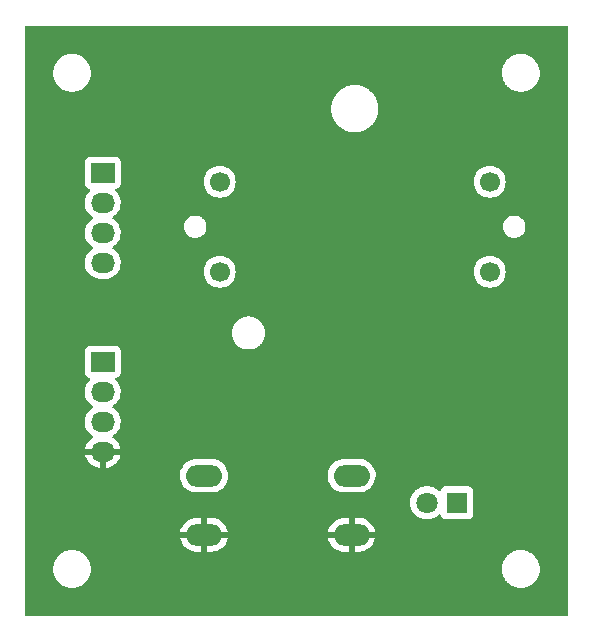
<source format=gbr>
%TF.GenerationSoftware,KiCad,Pcbnew,7.0.9*%
%TF.CreationDate,2024-01-30T23:10:39-08:00*%
%TF.ProjectId,display_rasp,64697370-6c61-4795-9f72-6173702e6b69,rev?*%
%TF.SameCoordinates,Original*%
%TF.FileFunction,Copper,L2,Bot*%
%TF.FilePolarity,Positive*%
%FSLAX46Y46*%
G04 Gerber Fmt 4.6, Leading zero omitted, Abs format (unit mm)*
G04 Created by KiCad (PCBNEW 7.0.9) date 2024-01-30 23:10:39*
%MOMM*%
%LPD*%
G01*
G04 APERTURE LIST*
%TA.AperFunction,ComponentPad*%
%ADD10O,2.030000X1.730000*%
%TD*%
%TA.AperFunction,ComponentPad*%
%ADD11R,2.030000X1.730000*%
%TD*%
%TA.AperFunction,ComponentPad*%
%ADD12C,1.700000*%
%TD*%
%TA.AperFunction,ComponentPad*%
%ADD13O,3.048000X1.850000*%
%TD*%
%TA.AperFunction,ComponentPad*%
%ADD14C,1.800000*%
%TD*%
%TA.AperFunction,ComponentPad*%
%ADD15R,1.800000X1.800000*%
%TD*%
G04 APERTURE END LIST*
D10*
%TO.P,J1,4,Pin_4*%
%TO.N,/GPIO23*%
X117602000Y-100076000D03*
%TO.P,J1,3,Pin_3*%
%TO.N,/GPIO22*%
X117602000Y-97536000D03*
%TO.P,J1,2,Pin_2*%
%TO.N,/GPIO27*%
X117602000Y-94996000D03*
D11*
%TO.P,J1,1,Pin_1*%
%TO.N,/GPIO17*%
X117602000Y-92456000D03*
%TD*%
D10*
%TO.P,J2,4,Pin_4*%
%TO.N,GND*%
X117602000Y-116078000D03*
%TO.P,J2,3,Pin_3*%
%TO.N,/BUTTON*%
X117602000Y-113538000D03*
%TO.P,J2,2,Pin_2*%
%TO.N,/LED*%
X117602000Y-110998000D03*
D11*
%TO.P,J2,1,Pin_1*%
%TO.N,/VCC*%
X117602000Y-108458000D03*
%TD*%
D12*
%TO.P,M1,1*%
%TO.N,/GPIO17*%
X150368000Y-93218000D03*
%TO.P,M1,2,-*%
%TO.N,/GPIO27*%
X150368000Y-100838000D03*
%TO.P,M1,3*%
%TO.N,/GPIO22*%
X127508000Y-100838000D03*
%TO.P,M1,4*%
%TO.N,/GPIO23*%
X127508000Y-93218000D03*
%TD*%
D13*
%TO.P,SW1,2,B*%
%TO.N,GND*%
X138684000Y-123110000D03*
X126184000Y-123110000D03*
%TO.P,SW1,1,A*%
%TO.N,/BUTTON*%
X138684000Y-118110000D03*
X126184000Y-118110000D03*
%TD*%
D14*
%TO.P,D1,2,A*%
%TO.N,/LED*%
X145034000Y-120396000D03*
D15*
%TO.P,D1,1,K*%
%TO.N,Net-(D1-K)*%
X147574000Y-120396000D03*
%TD*%
%TA.AperFunction,Conductor*%
%TO.N,GND*%
G36*
X156942539Y-80020185D02*
G01*
X156988294Y-80072989D01*
X156999500Y-80124500D01*
X156999500Y-129875500D01*
X156979815Y-129942539D01*
X156927011Y-129988294D01*
X156875500Y-129999500D01*
X111124500Y-129999500D01*
X111057461Y-129979815D01*
X111011706Y-129927011D01*
X111000500Y-129875500D01*
X111000500Y-125999999D01*
X113394551Y-125999999D01*
X113402275Y-126098142D01*
X113402466Y-126103008D01*
X113402466Y-126125734D01*
X113406019Y-126148167D01*
X113406592Y-126153002D01*
X113410603Y-126203959D01*
X113414317Y-126251148D01*
X113414317Y-126251151D01*
X113414318Y-126251153D01*
X113437296Y-126346867D01*
X113438246Y-126351642D01*
X113441801Y-126374090D01*
X113448824Y-126395705D01*
X113450146Y-126400390D01*
X113473127Y-126496114D01*
X113510797Y-126587057D01*
X113512482Y-126591623D01*
X113518170Y-126609126D01*
X113519507Y-126613240D01*
X113519508Y-126613243D01*
X113519509Y-126613244D01*
X113529821Y-126633484D01*
X113531858Y-126637904D01*
X113569532Y-126728857D01*
X113620973Y-126812803D01*
X113623351Y-126817048D01*
X113630514Y-126831104D01*
X113633666Y-126837290D01*
X113633667Y-126837292D01*
X113647017Y-126855667D01*
X113649722Y-126859714D01*
X113699021Y-126940163D01*
X113701164Y-126943659D01*
X113701171Y-126943667D01*
X113765094Y-127018511D01*
X113768107Y-127022332D01*
X113781469Y-127040724D01*
X113797547Y-127056802D01*
X113800832Y-127060355D01*
X113864776Y-127135224D01*
X113939639Y-127199163D01*
X113943202Y-127202457D01*
X113959276Y-127218531D01*
X113977654Y-127231883D01*
X113977665Y-127231891D01*
X113981471Y-127234891D01*
X114056341Y-127298836D01*
X114056343Y-127298837D01*
X114056344Y-127298838D01*
X114056345Y-127298839D01*
X114140277Y-127350272D01*
X114144325Y-127352977D01*
X114144335Y-127352984D01*
X114162710Y-127366334D01*
X114182961Y-127376652D01*
X114187179Y-127379014D01*
X114271141Y-127430466D01*
X114271143Y-127430466D01*
X114271145Y-127430468D01*
X114312908Y-127447766D01*
X114362101Y-127468142D01*
X114366515Y-127470178D01*
X114374608Y-127474301D01*
X114386760Y-127480493D01*
X114408380Y-127487517D01*
X114412923Y-127489194D01*
X114503889Y-127526873D01*
X114599627Y-127549857D01*
X114604289Y-127551172D01*
X114625910Y-127558198D01*
X114625911Y-127558198D01*
X114625914Y-127558199D01*
X114634646Y-127559581D01*
X114648367Y-127561754D01*
X114653107Y-127562696D01*
X114748852Y-127585683D01*
X114847024Y-127593409D01*
X114851795Y-127593974D01*
X114874271Y-127597534D01*
X114874275Y-127597534D01*
X114896992Y-127597534D01*
X114901858Y-127597725D01*
X115000000Y-127605449D01*
X115098142Y-127597725D01*
X115103008Y-127597534D01*
X115125725Y-127597534D01*
X115125729Y-127597534D01*
X115148204Y-127593974D01*
X115152975Y-127593409D01*
X115251148Y-127585683D01*
X115346897Y-127562695D01*
X115351627Y-127561755D01*
X115374090Y-127558198D01*
X115395737Y-127551164D01*
X115400351Y-127549862D01*
X115496111Y-127526873D01*
X115587090Y-127489188D01*
X115591599Y-127487524D01*
X115613240Y-127480493D01*
X115633508Y-127470165D01*
X115637863Y-127468157D01*
X115728859Y-127430466D01*
X115812833Y-127379006D01*
X115817018Y-127376662D01*
X115837290Y-127366334D01*
X115855684Y-127352969D01*
X115859707Y-127350281D01*
X115943659Y-127298836D01*
X116018547Y-127234875D01*
X116022314Y-127231906D01*
X116040724Y-127218531D01*
X116056819Y-127202435D01*
X116060347Y-127199174D01*
X116135224Y-127135224D01*
X116199174Y-127060347D01*
X116202435Y-127056819D01*
X116218531Y-127040724D01*
X116231906Y-127022314D01*
X116234875Y-127018547D01*
X116298836Y-126943659D01*
X116350281Y-126859707D01*
X116352969Y-126855684D01*
X116366334Y-126837290D01*
X116376662Y-126817018D01*
X116379006Y-126812833D01*
X116430466Y-126728859D01*
X116468157Y-126637863D01*
X116470165Y-126633508D01*
X116480493Y-126613240D01*
X116487524Y-126591599D01*
X116489188Y-126587090D01*
X116526873Y-126496111D01*
X116549862Y-126400351D01*
X116551164Y-126395737D01*
X116558198Y-126374090D01*
X116561755Y-126351627D01*
X116562695Y-126346897D01*
X116585683Y-126251148D01*
X116593409Y-126152978D01*
X116593974Y-126148201D01*
X116597534Y-126125729D01*
X116598155Y-126094043D01*
X116598334Y-126090401D01*
X116605449Y-126000000D01*
X116605449Y-125999999D01*
X151394551Y-125999999D01*
X151402275Y-126098142D01*
X151402466Y-126103008D01*
X151402466Y-126125734D01*
X151406019Y-126148167D01*
X151406592Y-126153002D01*
X151410603Y-126203959D01*
X151414317Y-126251148D01*
X151414317Y-126251151D01*
X151414318Y-126251153D01*
X151437296Y-126346867D01*
X151438246Y-126351642D01*
X151441801Y-126374090D01*
X151448824Y-126395705D01*
X151450146Y-126400390D01*
X151473127Y-126496114D01*
X151510797Y-126587057D01*
X151512482Y-126591623D01*
X151518170Y-126609126D01*
X151519507Y-126613240D01*
X151519508Y-126613243D01*
X151519509Y-126613244D01*
X151529821Y-126633484D01*
X151531858Y-126637904D01*
X151569532Y-126728857D01*
X151620973Y-126812803D01*
X151623351Y-126817048D01*
X151630514Y-126831104D01*
X151633666Y-126837290D01*
X151633667Y-126837292D01*
X151647017Y-126855667D01*
X151649722Y-126859714D01*
X151699021Y-126940163D01*
X151701164Y-126943659D01*
X151701171Y-126943667D01*
X151765094Y-127018511D01*
X151768107Y-127022332D01*
X151781469Y-127040724D01*
X151797547Y-127056802D01*
X151800832Y-127060355D01*
X151864776Y-127135224D01*
X151939639Y-127199163D01*
X151943202Y-127202457D01*
X151959276Y-127218531D01*
X151977654Y-127231883D01*
X151977665Y-127231891D01*
X151981471Y-127234891D01*
X152056341Y-127298836D01*
X152056343Y-127298837D01*
X152056344Y-127298838D01*
X152056345Y-127298839D01*
X152140277Y-127350272D01*
X152144325Y-127352977D01*
X152144335Y-127352984D01*
X152162710Y-127366334D01*
X152182961Y-127376652D01*
X152187179Y-127379014D01*
X152271141Y-127430466D01*
X152271143Y-127430466D01*
X152271145Y-127430468D01*
X152312908Y-127447766D01*
X152362101Y-127468142D01*
X152366515Y-127470178D01*
X152374608Y-127474301D01*
X152386760Y-127480493D01*
X152408380Y-127487517D01*
X152412923Y-127489194D01*
X152503889Y-127526873D01*
X152599627Y-127549857D01*
X152604289Y-127551172D01*
X152625910Y-127558198D01*
X152625911Y-127558198D01*
X152625914Y-127558199D01*
X152634646Y-127559581D01*
X152648367Y-127561754D01*
X152653107Y-127562696D01*
X152748852Y-127585683D01*
X152847024Y-127593409D01*
X152851795Y-127593974D01*
X152874271Y-127597534D01*
X152874275Y-127597534D01*
X152896992Y-127597534D01*
X152901858Y-127597725D01*
X153000000Y-127605449D01*
X153098142Y-127597725D01*
X153103008Y-127597534D01*
X153125725Y-127597534D01*
X153125729Y-127597534D01*
X153148204Y-127593974D01*
X153152975Y-127593409D01*
X153251148Y-127585683D01*
X153346897Y-127562695D01*
X153351627Y-127561755D01*
X153374090Y-127558198D01*
X153395737Y-127551164D01*
X153400351Y-127549862D01*
X153496111Y-127526873D01*
X153587090Y-127489188D01*
X153591599Y-127487524D01*
X153613240Y-127480493D01*
X153633508Y-127470165D01*
X153637863Y-127468157D01*
X153728859Y-127430466D01*
X153812833Y-127379006D01*
X153817018Y-127376662D01*
X153837290Y-127366334D01*
X153855684Y-127352969D01*
X153859707Y-127350281D01*
X153943659Y-127298836D01*
X154018547Y-127234875D01*
X154022314Y-127231906D01*
X154040724Y-127218531D01*
X154056819Y-127202435D01*
X154060347Y-127199174D01*
X154135224Y-127135224D01*
X154199174Y-127060347D01*
X154202435Y-127056819D01*
X154218531Y-127040724D01*
X154231906Y-127022314D01*
X154234875Y-127018547D01*
X154298836Y-126943659D01*
X154350281Y-126859707D01*
X154352969Y-126855684D01*
X154366334Y-126837290D01*
X154376662Y-126817018D01*
X154379006Y-126812833D01*
X154430466Y-126728859D01*
X154468157Y-126637863D01*
X154470165Y-126633508D01*
X154480493Y-126613240D01*
X154487524Y-126591599D01*
X154489188Y-126587090D01*
X154526873Y-126496111D01*
X154549862Y-126400351D01*
X154551164Y-126395737D01*
X154558198Y-126374090D01*
X154561755Y-126351627D01*
X154562695Y-126346897D01*
X154585683Y-126251148D01*
X154593409Y-126152978D01*
X154593974Y-126148201D01*
X154597534Y-126125729D01*
X154598155Y-126094043D01*
X154598334Y-126090401D01*
X154605449Y-126000000D01*
X154598333Y-125909593D01*
X154598155Y-125905946D01*
X154597979Y-125896990D01*
X154597534Y-125874271D01*
X154593974Y-125851798D01*
X154593409Y-125847021D01*
X154585683Y-125748852D01*
X154562696Y-125653107D01*
X154561753Y-125648357D01*
X154558198Y-125625913D01*
X154558198Y-125625911D01*
X154558195Y-125625903D01*
X154551172Y-125604289D01*
X154549857Y-125599627D01*
X154526873Y-125503889D01*
X154489194Y-125412923D01*
X154487517Y-125408380D01*
X154480493Y-125386760D01*
X154470178Y-125366515D01*
X154468139Y-125362093D01*
X154430468Y-125271145D01*
X154430466Y-125271141D01*
X154379014Y-125187179D01*
X154376649Y-125182955D01*
X154366337Y-125162716D01*
X154366334Y-125162710D01*
X154358039Y-125151293D01*
X154352977Y-125144325D01*
X154350272Y-125140277D01*
X154298839Y-125056345D01*
X154298838Y-125056344D01*
X154298837Y-125056343D01*
X154298836Y-125056341D01*
X154234891Y-124981471D01*
X154231891Y-124977665D01*
X154218531Y-124959276D01*
X154202453Y-124943198D01*
X154199163Y-124939639D01*
X154135224Y-124864776D01*
X154060355Y-124800832D01*
X154056799Y-124797544D01*
X154040724Y-124781469D01*
X154022332Y-124768107D01*
X154018511Y-124765094D01*
X153943667Y-124701171D01*
X153943659Y-124701164D01*
X153943654Y-124701161D01*
X153943653Y-124701160D01*
X153859714Y-124649722D01*
X153855667Y-124647017D01*
X153837292Y-124633667D01*
X153837290Y-124633666D01*
X153831104Y-124630514D01*
X153817048Y-124623351D01*
X153812803Y-124620973D01*
X153728857Y-124569532D01*
X153637904Y-124531858D01*
X153633484Y-124529821D01*
X153613244Y-124519509D01*
X153613243Y-124519508D01*
X153613240Y-124519507D01*
X153609126Y-124518170D01*
X153591623Y-124512482D01*
X153587057Y-124510797D01*
X153496114Y-124473127D01*
X153400390Y-124450146D01*
X153395705Y-124448824D01*
X153374090Y-124441801D01*
X153351642Y-124438246D01*
X153346867Y-124437296D01*
X153251152Y-124414318D01*
X153251153Y-124414318D01*
X153251151Y-124414317D01*
X153251148Y-124414317D01*
X153203959Y-124410603D01*
X153153002Y-124406592D01*
X153148167Y-124406019D01*
X153125734Y-124402466D01*
X153125729Y-124402466D01*
X153103008Y-124402466D01*
X153098142Y-124402275D01*
X153000000Y-124394551D01*
X152901858Y-124402275D01*
X152896992Y-124402466D01*
X152874271Y-124402466D01*
X152851833Y-124406019D01*
X152846998Y-124406592D01*
X152748851Y-124414317D01*
X152748844Y-124414318D01*
X152653132Y-124437296D01*
X152648357Y-124438246D01*
X152625913Y-124441801D01*
X152625903Y-124441803D01*
X152604299Y-124448823D01*
X152599612Y-124450145D01*
X152503891Y-124473125D01*
X152412938Y-124510799D01*
X152408373Y-124512483D01*
X152386757Y-124519507D01*
X152366515Y-124529820D01*
X152362098Y-124531856D01*
X152271141Y-124569534D01*
X152187201Y-124620970D01*
X152182958Y-124623347D01*
X152162716Y-124633662D01*
X152162708Y-124633667D01*
X152144330Y-124647018D01*
X152140286Y-124649720D01*
X152056339Y-124701165D01*
X151981482Y-124765098D01*
X151977660Y-124768111D01*
X151959276Y-124781469D01*
X151943198Y-124797544D01*
X151939626Y-124800846D01*
X151864775Y-124864775D01*
X151800846Y-124939626D01*
X151797544Y-124943198D01*
X151781469Y-124959276D01*
X151768111Y-124977660D01*
X151765098Y-124981482D01*
X151701165Y-125056339D01*
X151649720Y-125140286D01*
X151647018Y-125144330D01*
X151633667Y-125162708D01*
X151633662Y-125162716D01*
X151623347Y-125182958D01*
X151620970Y-125187201D01*
X151569534Y-125271141D01*
X151531856Y-125362098D01*
X151529820Y-125366515D01*
X151519507Y-125386757D01*
X151512483Y-125408373D01*
X151510799Y-125412938D01*
X151473125Y-125503891D01*
X151450145Y-125599612D01*
X151448823Y-125604299D01*
X151441803Y-125625903D01*
X151441801Y-125625913D01*
X151438246Y-125648357D01*
X151437296Y-125653132D01*
X151414318Y-125748844D01*
X151414317Y-125748851D01*
X151406592Y-125846998D01*
X151406019Y-125851833D01*
X151402466Y-125874270D01*
X151402466Y-125896990D01*
X151402275Y-125901856D01*
X151394551Y-125999999D01*
X116605449Y-125999999D01*
X116598333Y-125909593D01*
X116598155Y-125905946D01*
X116597979Y-125896990D01*
X116597534Y-125874271D01*
X116593974Y-125851798D01*
X116593409Y-125847021D01*
X116585683Y-125748852D01*
X116562696Y-125653107D01*
X116561753Y-125648357D01*
X116558198Y-125625913D01*
X116558198Y-125625911D01*
X116558195Y-125625903D01*
X116551172Y-125604289D01*
X116549857Y-125599627D01*
X116526873Y-125503889D01*
X116489194Y-125412923D01*
X116487517Y-125408380D01*
X116480493Y-125386760D01*
X116470178Y-125366515D01*
X116468139Y-125362093D01*
X116430468Y-125271145D01*
X116430466Y-125271141D01*
X116379014Y-125187179D01*
X116376649Y-125182955D01*
X116366337Y-125162716D01*
X116366334Y-125162710D01*
X116358039Y-125151293D01*
X116352977Y-125144325D01*
X116350272Y-125140277D01*
X116298839Y-125056345D01*
X116298838Y-125056344D01*
X116298837Y-125056343D01*
X116298836Y-125056341D01*
X116234891Y-124981471D01*
X116231891Y-124977665D01*
X116218531Y-124959276D01*
X116202453Y-124943198D01*
X116199163Y-124939639D01*
X116135224Y-124864776D01*
X116060355Y-124800832D01*
X116056799Y-124797544D01*
X116040724Y-124781469D01*
X116022332Y-124768107D01*
X116018511Y-124765094D01*
X115943667Y-124701171D01*
X115943659Y-124701164D01*
X115943654Y-124701161D01*
X115943653Y-124701160D01*
X115859714Y-124649722D01*
X115855667Y-124647017D01*
X115837292Y-124633667D01*
X115837290Y-124633666D01*
X115831104Y-124630514D01*
X115817048Y-124623351D01*
X115812803Y-124620973D01*
X115728857Y-124569532D01*
X115637904Y-124531858D01*
X115633484Y-124529821D01*
X115613244Y-124519509D01*
X115613243Y-124519508D01*
X115613240Y-124519507D01*
X115609126Y-124518170D01*
X115591623Y-124512482D01*
X115587057Y-124510797D01*
X115496114Y-124473127D01*
X115400390Y-124450146D01*
X115395705Y-124448824D01*
X115374090Y-124441801D01*
X115351642Y-124438246D01*
X115346867Y-124437296D01*
X115251152Y-124414318D01*
X115251153Y-124414318D01*
X115251151Y-124414317D01*
X115251148Y-124414317D01*
X115203959Y-124410603D01*
X115153002Y-124406592D01*
X115148167Y-124406019D01*
X115125734Y-124402466D01*
X115125729Y-124402466D01*
X115103008Y-124402466D01*
X115098142Y-124402275D01*
X115000000Y-124394551D01*
X114901858Y-124402275D01*
X114896992Y-124402466D01*
X114874271Y-124402466D01*
X114851833Y-124406019D01*
X114846998Y-124406592D01*
X114748851Y-124414317D01*
X114748844Y-124414318D01*
X114653132Y-124437296D01*
X114648357Y-124438246D01*
X114625913Y-124441801D01*
X114625903Y-124441803D01*
X114604299Y-124448823D01*
X114599612Y-124450145D01*
X114503891Y-124473125D01*
X114412938Y-124510799D01*
X114408373Y-124512483D01*
X114386757Y-124519507D01*
X114366515Y-124529820D01*
X114362098Y-124531856D01*
X114271141Y-124569534D01*
X114187201Y-124620970D01*
X114182958Y-124623347D01*
X114162716Y-124633662D01*
X114162708Y-124633667D01*
X114144330Y-124647018D01*
X114140286Y-124649720D01*
X114056339Y-124701165D01*
X113981482Y-124765098D01*
X113977660Y-124768111D01*
X113959276Y-124781469D01*
X113943198Y-124797544D01*
X113939626Y-124800846D01*
X113864775Y-124864775D01*
X113800846Y-124939626D01*
X113797544Y-124943198D01*
X113781469Y-124959276D01*
X113768111Y-124977660D01*
X113765098Y-124981482D01*
X113701165Y-125056339D01*
X113649720Y-125140286D01*
X113647018Y-125144330D01*
X113633667Y-125162708D01*
X113633662Y-125162716D01*
X113623347Y-125182958D01*
X113620970Y-125187201D01*
X113569534Y-125271141D01*
X113531856Y-125362098D01*
X113529820Y-125366515D01*
X113519507Y-125386757D01*
X113512483Y-125408373D01*
X113510799Y-125412938D01*
X113473125Y-125503891D01*
X113450145Y-125599612D01*
X113448823Y-125604299D01*
X113441803Y-125625903D01*
X113441801Y-125625913D01*
X113438246Y-125648357D01*
X113437296Y-125653132D01*
X113414318Y-125748844D01*
X113414317Y-125748851D01*
X113406592Y-125846998D01*
X113406019Y-125851833D01*
X113402466Y-125874270D01*
X113402466Y-125896990D01*
X113402275Y-125901856D01*
X113394551Y-125999999D01*
X111000500Y-125999999D01*
X111000500Y-122859999D01*
X124180377Y-122859999D01*
X124180378Y-122860000D01*
X125583272Y-122860000D01*
X125560900Y-122907543D01*
X125530127Y-123068862D01*
X125540439Y-123232766D01*
X125581780Y-123360000D01*
X124181161Y-123360000D01*
X124217536Y-123528782D01*
X124217537Y-123528785D01*
X124307978Y-123753856D01*
X124435161Y-123960415D01*
X124595422Y-124142507D01*
X124595426Y-124142511D01*
X124784144Y-124294890D01*
X124784150Y-124294894D01*
X124995917Y-124413194D01*
X125224629Y-124494003D01*
X125224637Y-124494005D01*
X125463706Y-124534999D01*
X125463715Y-124535000D01*
X125934000Y-124535000D01*
X125934000Y-123714310D01*
X125942817Y-123719158D01*
X126101886Y-123760000D01*
X126224894Y-123760000D01*
X126346933Y-123744583D01*
X126434000Y-123710110D01*
X126434000Y-124535000D01*
X126843539Y-124535000D01*
X127024692Y-124519582D01*
X127259440Y-124458458D01*
X127480472Y-124358546D01*
X127480480Y-124358541D01*
X127681450Y-124222708D01*
X127681453Y-124222706D01*
X127856575Y-124054864D01*
X127856576Y-124054863D01*
X128000813Y-123859843D01*
X128110021Y-123643242D01*
X128181053Y-123411299D01*
X128187622Y-123360000D01*
X126784728Y-123360000D01*
X126807100Y-123312457D01*
X126837873Y-123151138D01*
X126827561Y-122987234D01*
X126786220Y-122860000D01*
X128186839Y-122860000D01*
X128186839Y-122859999D01*
X136680377Y-122859999D01*
X136680378Y-122860000D01*
X138083272Y-122860000D01*
X138060900Y-122907543D01*
X138030127Y-123068862D01*
X138040439Y-123232766D01*
X138081780Y-123360000D01*
X136681161Y-123360000D01*
X136717536Y-123528782D01*
X136717537Y-123528785D01*
X136807978Y-123753856D01*
X136935161Y-123960415D01*
X137095422Y-124142507D01*
X137095426Y-124142511D01*
X137284144Y-124294890D01*
X137284150Y-124294894D01*
X137495917Y-124413194D01*
X137724629Y-124494003D01*
X137724637Y-124494005D01*
X137963706Y-124534999D01*
X137963715Y-124535000D01*
X138434000Y-124535000D01*
X138434000Y-123714310D01*
X138442817Y-123719158D01*
X138601886Y-123760000D01*
X138724894Y-123760000D01*
X138846933Y-123744583D01*
X138934000Y-123710110D01*
X138934000Y-124535000D01*
X139343539Y-124535000D01*
X139524692Y-124519582D01*
X139759440Y-124458458D01*
X139980472Y-124358546D01*
X139980480Y-124358541D01*
X140181450Y-124222708D01*
X140181453Y-124222706D01*
X140356575Y-124054864D01*
X140356576Y-124054863D01*
X140500813Y-123859843D01*
X140610021Y-123643242D01*
X140681053Y-123411299D01*
X140687622Y-123360000D01*
X139284728Y-123360000D01*
X139307100Y-123312457D01*
X139337873Y-123151138D01*
X139327561Y-122987234D01*
X139286220Y-122860000D01*
X140686839Y-122860000D01*
X140650463Y-122691217D01*
X140650462Y-122691214D01*
X140560021Y-122466143D01*
X140432838Y-122259584D01*
X140272577Y-122077492D01*
X140272573Y-122077488D01*
X140083855Y-121925109D01*
X140083849Y-121925105D01*
X139872082Y-121806805D01*
X139643370Y-121725996D01*
X139643362Y-121725994D01*
X139404293Y-121685000D01*
X138934000Y-121685000D01*
X138934000Y-122505689D01*
X138925183Y-122500842D01*
X138766114Y-122460000D01*
X138643106Y-122460000D01*
X138521067Y-122475417D01*
X138434000Y-122509889D01*
X138434000Y-121685000D01*
X138024461Y-121685000D01*
X137843307Y-121700417D01*
X137608559Y-121761541D01*
X137387527Y-121861453D01*
X137387519Y-121861458D01*
X137186549Y-121997291D01*
X137186546Y-121997293D01*
X137011424Y-122165135D01*
X137011423Y-122165136D01*
X136867186Y-122360156D01*
X136757978Y-122576757D01*
X136686946Y-122808700D01*
X136680377Y-122859999D01*
X128186839Y-122859999D01*
X128150463Y-122691217D01*
X128150462Y-122691214D01*
X128060021Y-122466143D01*
X127932838Y-122259584D01*
X127772577Y-122077492D01*
X127772573Y-122077488D01*
X127583855Y-121925109D01*
X127583849Y-121925105D01*
X127372082Y-121806805D01*
X127143370Y-121725996D01*
X127143362Y-121725994D01*
X126904293Y-121685000D01*
X126434000Y-121685000D01*
X126434000Y-122505689D01*
X126425183Y-122500842D01*
X126266114Y-122460000D01*
X126143106Y-122460000D01*
X126021067Y-122475417D01*
X125934000Y-122509889D01*
X125934000Y-121685000D01*
X125524461Y-121685000D01*
X125343307Y-121700417D01*
X125108559Y-121761541D01*
X124887527Y-121861453D01*
X124887519Y-121861458D01*
X124686549Y-121997291D01*
X124686546Y-121997293D01*
X124511424Y-122165135D01*
X124511423Y-122165136D01*
X124367186Y-122360156D01*
X124257978Y-122576757D01*
X124186946Y-122808700D01*
X124180377Y-122859999D01*
X111000500Y-122859999D01*
X111000500Y-120396006D01*
X143628700Y-120396006D01*
X143647864Y-120627297D01*
X143647866Y-120627308D01*
X143704842Y-120852300D01*
X143798075Y-121064848D01*
X143925016Y-121259147D01*
X143925019Y-121259151D01*
X143925021Y-121259153D01*
X144082216Y-121429913D01*
X144082219Y-121429915D01*
X144082222Y-121429918D01*
X144265365Y-121572464D01*
X144265371Y-121572468D01*
X144265374Y-121572470D01*
X144469497Y-121682936D01*
X144583487Y-121722068D01*
X144689015Y-121758297D01*
X144689017Y-121758297D01*
X144689019Y-121758298D01*
X144917951Y-121796500D01*
X144917952Y-121796500D01*
X145150048Y-121796500D01*
X145150049Y-121796500D01*
X145378981Y-121758298D01*
X145598503Y-121682936D01*
X145802626Y-121572470D01*
X145985784Y-121429913D01*
X145994130Y-121420846D01*
X146054010Y-121384854D01*
X146123849Y-121386949D01*
X146181468Y-121426469D01*
X146201544Y-121461491D01*
X146230203Y-121538330D01*
X146230206Y-121538335D01*
X146316452Y-121653544D01*
X146316455Y-121653547D01*
X146431664Y-121739793D01*
X146431671Y-121739797D01*
X146566517Y-121790091D01*
X146566516Y-121790091D01*
X146573444Y-121790835D01*
X146626127Y-121796500D01*
X148521872Y-121796499D01*
X148581483Y-121790091D01*
X148716331Y-121739796D01*
X148831546Y-121653546D01*
X148917796Y-121538331D01*
X148968091Y-121403483D01*
X148974500Y-121343873D01*
X148974499Y-119448128D01*
X148968091Y-119388517D01*
X148958233Y-119362087D01*
X148917797Y-119253671D01*
X148917793Y-119253664D01*
X148831547Y-119138455D01*
X148831544Y-119138452D01*
X148716335Y-119052206D01*
X148716328Y-119052202D01*
X148581482Y-119001908D01*
X148581483Y-119001908D01*
X148521883Y-118995501D01*
X148521881Y-118995500D01*
X148521873Y-118995500D01*
X148521864Y-118995500D01*
X146626129Y-118995500D01*
X146626123Y-118995501D01*
X146566516Y-119001908D01*
X146431671Y-119052202D01*
X146431664Y-119052206D01*
X146316455Y-119138452D01*
X146316452Y-119138455D01*
X146230206Y-119253664D01*
X146230203Y-119253670D01*
X146201544Y-119330508D01*
X146159672Y-119386441D01*
X146094208Y-119410858D01*
X146025935Y-119396006D01*
X145994135Y-119371158D01*
X145985784Y-119362087D01*
X145985778Y-119362082D01*
X145985777Y-119362081D01*
X145802634Y-119219535D01*
X145802628Y-119219531D01*
X145598504Y-119109064D01*
X145598495Y-119109061D01*
X145378984Y-119033702D01*
X145188450Y-119001908D01*
X145150049Y-118995500D01*
X144917951Y-118995500D01*
X144879550Y-119001908D01*
X144689015Y-119033702D01*
X144469504Y-119109061D01*
X144469495Y-119109064D01*
X144265371Y-119219531D01*
X144265365Y-119219535D01*
X144082222Y-119362081D01*
X144082219Y-119362084D01*
X144082216Y-119362086D01*
X144082216Y-119362087D01*
X144037319Y-119410858D01*
X143925016Y-119532852D01*
X143798075Y-119727151D01*
X143704842Y-119939699D01*
X143647866Y-120164691D01*
X143647864Y-120164702D01*
X143628700Y-120395993D01*
X143628700Y-120396006D01*
X111000500Y-120396006D01*
X111000500Y-118049281D01*
X124155635Y-118049281D01*
X124165933Y-118291715D01*
X124165933Y-118291719D01*
X124217056Y-118528929D01*
X124217057Y-118528932D01*
X124307530Y-118754082D01*
X124434757Y-118960713D01*
X124595075Y-119142869D01*
X124595079Y-119142873D01*
X124783870Y-119295311D01*
X124995709Y-119413652D01*
X124995712Y-119413653D01*
X125224507Y-119494491D01*
X125224513Y-119494492D01*
X125463662Y-119535499D01*
X125463670Y-119535499D01*
X125463672Y-119535500D01*
X125463673Y-119535500D01*
X126843559Y-119535500D01*
X127024775Y-119520076D01*
X127024775Y-119520075D01*
X127024782Y-119520075D01*
X127259608Y-119458931D01*
X127259611Y-119458930D01*
X127480713Y-119358986D01*
X127480716Y-119358983D01*
X127480723Y-119358981D01*
X127681765Y-119223100D01*
X127856952Y-119055197D01*
X128001244Y-118860102D01*
X128110488Y-118643429D01*
X128181543Y-118411409D01*
X128212365Y-118170719D01*
X128207206Y-118049281D01*
X136655635Y-118049281D01*
X136665933Y-118291715D01*
X136665933Y-118291719D01*
X136717056Y-118528929D01*
X136717057Y-118528932D01*
X136807530Y-118754082D01*
X136934757Y-118960713D01*
X137095075Y-119142869D01*
X137095079Y-119142873D01*
X137283870Y-119295311D01*
X137495709Y-119413652D01*
X137495712Y-119413653D01*
X137724507Y-119494491D01*
X137724513Y-119494492D01*
X137963662Y-119535499D01*
X137963670Y-119535499D01*
X137963672Y-119535500D01*
X137963673Y-119535500D01*
X139343559Y-119535500D01*
X139524775Y-119520076D01*
X139524775Y-119520075D01*
X139524782Y-119520075D01*
X139759608Y-119458931D01*
X139759611Y-119458930D01*
X139980713Y-119358986D01*
X139980716Y-119358983D01*
X139980723Y-119358981D01*
X140181765Y-119223100D01*
X140356952Y-119055197D01*
X140501244Y-118860102D01*
X140610488Y-118643429D01*
X140681543Y-118411409D01*
X140712365Y-118170719D01*
X140702066Y-117928281D01*
X140650944Y-117691072D01*
X140560468Y-117465914D01*
X140433242Y-117259286D01*
X140272925Y-117077131D01*
X140272924Y-117077130D01*
X140272920Y-117077126D01*
X140084129Y-116924688D01*
X139872290Y-116806347D01*
X139643500Y-116725511D01*
X139643486Y-116725507D01*
X139404337Y-116684500D01*
X139404328Y-116684500D01*
X138024446Y-116684500D01*
X138024441Y-116684500D01*
X137843224Y-116699923D01*
X137843222Y-116699924D01*
X137608391Y-116761068D01*
X137608388Y-116761069D01*
X137387286Y-116861013D01*
X137387274Y-116861020D01*
X137186234Y-116996900D01*
X137186232Y-116996902D01*
X137011047Y-117164803D01*
X137011046Y-117164804D01*
X136866758Y-117359893D01*
X136757515Y-117576565D01*
X136757512Y-117576571D01*
X136686456Y-117808594D01*
X136655635Y-118049281D01*
X128207206Y-118049281D01*
X128202066Y-117928281D01*
X128150944Y-117691072D01*
X128060468Y-117465914D01*
X127933242Y-117259286D01*
X127772925Y-117077131D01*
X127772924Y-117077130D01*
X127772920Y-117077126D01*
X127584129Y-116924688D01*
X127372290Y-116806347D01*
X127143500Y-116725511D01*
X127143486Y-116725507D01*
X126904337Y-116684500D01*
X126904328Y-116684500D01*
X125524446Y-116684500D01*
X125524441Y-116684500D01*
X125343224Y-116699923D01*
X125343222Y-116699924D01*
X125108391Y-116761068D01*
X125108388Y-116761069D01*
X124887286Y-116861013D01*
X124887274Y-116861020D01*
X124686234Y-116996900D01*
X124686232Y-116996902D01*
X124511047Y-117164803D01*
X124511046Y-117164804D01*
X124366758Y-117359893D01*
X124257515Y-117576565D01*
X124257512Y-117576571D01*
X124186456Y-117808594D01*
X124155635Y-118049281D01*
X111000500Y-118049281D01*
X111000500Y-113479837D01*
X116082798Y-113479837D01*
X116092662Y-113712066D01*
X116092662Y-113712067D01*
X116141634Y-113939296D01*
X116228299Y-114154972D01*
X116350170Y-114352903D01*
X116350171Y-114352905D01*
X116350173Y-114352907D01*
X116503741Y-114527395D01*
X116503743Y-114527396D01*
X116503746Y-114527400D01*
X116684583Y-114673415D01*
X116684589Y-114673420D01*
X116732118Y-114699971D01*
X116781045Y-114749851D01*
X116795237Y-114818264D01*
X116770189Y-114883490D01*
X116741082Y-114910960D01*
X116591374Y-115012145D01*
X116423627Y-115172919D01*
X116423626Y-115172920D01*
X116285462Y-115359728D01*
X116180855Y-115567205D01*
X116180852Y-115567211D01*
X116112812Y-115789387D01*
X116107868Y-115828000D01*
X117156428Y-115828000D01*
X117133318Y-115863960D01*
X117092000Y-116004673D01*
X117092000Y-116151327D01*
X117133318Y-116292040D01*
X117156428Y-116328000D01*
X116109539Y-116328000D01*
X116142114Y-116479149D01*
X116142114Y-116479150D01*
X116228748Y-116694746D01*
X116350577Y-116892610D01*
X116504085Y-117067028D01*
X116504087Y-117067030D01*
X116684868Y-117213002D01*
X116887722Y-117326324D01*
X117106798Y-117403728D01*
X117106810Y-117403731D01*
X117335812Y-117442999D01*
X117335821Y-117443000D01*
X117352000Y-117443000D01*
X117352000Y-116524494D01*
X117456839Y-116572373D01*
X117565527Y-116588000D01*
X117638473Y-116588000D01*
X117747161Y-116572373D01*
X117852000Y-116524494D01*
X117852000Y-117439423D01*
X117983515Y-117428231D01*
X118208379Y-117369681D01*
X118420104Y-117273976D01*
X118420112Y-117273971D01*
X118612621Y-117143857D01*
X118612624Y-117143855D01*
X118780372Y-116983080D01*
X118780373Y-116983079D01*
X118918537Y-116796271D01*
X119023144Y-116588794D01*
X119023147Y-116588788D01*
X119091187Y-116366612D01*
X119096132Y-116328000D01*
X118047572Y-116328000D01*
X118070682Y-116292040D01*
X118112000Y-116151327D01*
X118112000Y-116004673D01*
X118070682Y-115863960D01*
X118047572Y-115828000D01*
X119094461Y-115828000D01*
X119094460Y-115827999D01*
X119061885Y-115676850D01*
X119061885Y-115676849D01*
X118975251Y-115461253D01*
X118853422Y-115263389D01*
X118699914Y-115088971D01*
X118699912Y-115088969D01*
X118519129Y-114942996D01*
X118519125Y-114942993D01*
X118471905Y-114916614D01*
X118422979Y-114866734D01*
X118408787Y-114798321D01*
X118433835Y-114733096D01*
X118462940Y-114705628D01*
X118612936Y-114604249D01*
X118780749Y-114443413D01*
X118918967Y-114256530D01*
X119023613Y-114048976D01*
X119091678Y-113826723D01*
X119121202Y-113596163D01*
X119111337Y-113363930D01*
X119062366Y-113136705D01*
X118975699Y-112921024D01*
X118853827Y-112723093D01*
X118700259Y-112548605D01*
X118700256Y-112548602D01*
X118700253Y-112548599D01*
X118519416Y-112402584D01*
X118519410Y-112402580D01*
X118472370Y-112376302D01*
X118423444Y-112326422D01*
X118409251Y-112258009D01*
X118434298Y-112192784D01*
X118463407Y-112165313D01*
X118510594Y-112133420D01*
X118612936Y-112064249D01*
X118780749Y-111903413D01*
X118918967Y-111716530D01*
X119023613Y-111508976D01*
X119091678Y-111286723D01*
X119121202Y-111056163D01*
X119111337Y-110823930D01*
X119062366Y-110596705D01*
X118975699Y-110381024D01*
X118905122Y-110266401D01*
X118853827Y-110183092D01*
X118698318Y-110006400D01*
X118668803Y-109943070D01*
X118678212Y-109873837D01*
X118723558Y-109820681D01*
X118748069Y-109808294D01*
X118859326Y-109766798D01*
X118859326Y-109766797D01*
X118859331Y-109766796D01*
X118974546Y-109680546D01*
X119060796Y-109565331D01*
X119111091Y-109430483D01*
X119117500Y-109370873D01*
X119117499Y-107545128D01*
X119111091Y-107485517D01*
X119090068Y-107429152D01*
X119060797Y-107350671D01*
X119060793Y-107350664D01*
X118974547Y-107235455D01*
X118974544Y-107235452D01*
X118859335Y-107149206D01*
X118859328Y-107149202D01*
X118724482Y-107098908D01*
X118724483Y-107098908D01*
X118664883Y-107092501D01*
X118664881Y-107092500D01*
X118664873Y-107092500D01*
X118664864Y-107092500D01*
X116539129Y-107092500D01*
X116539123Y-107092501D01*
X116479516Y-107098908D01*
X116344671Y-107149202D01*
X116344664Y-107149206D01*
X116229455Y-107235452D01*
X116229452Y-107235455D01*
X116143206Y-107350664D01*
X116143202Y-107350671D01*
X116092908Y-107485517D01*
X116086501Y-107545116D01*
X116086501Y-107545123D01*
X116086500Y-107545135D01*
X116086500Y-109370870D01*
X116086501Y-109370876D01*
X116092908Y-109430483D01*
X116143202Y-109565328D01*
X116143206Y-109565335D01*
X116229452Y-109680544D01*
X116229455Y-109680547D01*
X116344664Y-109766793D01*
X116344671Y-109766797D01*
X116460861Y-109810133D01*
X116516795Y-109852004D01*
X116541212Y-109917468D01*
X116526361Y-109985741D01*
X116503329Y-110015837D01*
X116423251Y-110092586D01*
X116285035Y-110279467D01*
X116285032Y-110279471D01*
X116180387Y-110487022D01*
X116112321Y-110709278D01*
X116082798Y-110939837D01*
X116092662Y-111172066D01*
X116092662Y-111172067D01*
X116141634Y-111399296D01*
X116228299Y-111614972D01*
X116350170Y-111812903D01*
X116350171Y-111812905D01*
X116350173Y-111812907D01*
X116503741Y-111987395D01*
X116503743Y-111987396D01*
X116503746Y-111987400D01*
X116684583Y-112133415D01*
X116684593Y-112133422D01*
X116731630Y-112159699D01*
X116780556Y-112209578D01*
X116794748Y-112277992D01*
X116769700Y-112343217D01*
X116740592Y-112370687D01*
X116591065Y-112471749D01*
X116423251Y-112632586D01*
X116285035Y-112819467D01*
X116285032Y-112819471D01*
X116180387Y-113027022D01*
X116112321Y-113249278D01*
X116082798Y-113479837D01*
X111000500Y-113479837D01*
X111000500Y-106028006D01*
X128532700Y-106028006D01*
X128551864Y-106259297D01*
X128551866Y-106259308D01*
X128608842Y-106484300D01*
X128702075Y-106696848D01*
X128829016Y-106891147D01*
X128829018Y-106891149D01*
X128829021Y-106891153D01*
X128986216Y-107061913D01*
X128986219Y-107061915D01*
X128986222Y-107061918D01*
X129169365Y-107204464D01*
X129169371Y-107204468D01*
X129169374Y-107204470D01*
X129373497Y-107314936D01*
X129410334Y-107327582D01*
X129413282Y-107328680D01*
X129415055Y-107329392D01*
X129415057Y-107329393D01*
X129420167Y-107330958D01*
X129490377Y-107355061D01*
X129593018Y-107390298D01*
X129602852Y-107391938D01*
X129634942Y-107397293D01*
X129641174Y-107398762D01*
X129642509Y-107399050D01*
X129642516Y-107399052D01*
X129655247Y-107400682D01*
X129821951Y-107428500D01*
X129821952Y-107428500D01*
X129868525Y-107428500D01*
X129876407Y-107429003D01*
X129877580Y-107429152D01*
X129878475Y-107429267D01*
X129896531Y-107428500D01*
X130054044Y-107428500D01*
X130054049Y-107428500D01*
X130104077Y-107420151D01*
X130111655Y-107419362D01*
X130114530Y-107419239D01*
X130116146Y-107419171D01*
X130136015Y-107414888D01*
X130138766Y-107414363D01*
X130282981Y-107390298D01*
X130334950Y-107372456D01*
X130341991Y-107370497D01*
X130348693Y-107369053D01*
X130369712Y-107360606D01*
X130372611Y-107359527D01*
X130502503Y-107314936D01*
X130554579Y-107286753D01*
X130560969Y-107283754D01*
X130562857Y-107282995D01*
X130569425Y-107280356D01*
X130589927Y-107267732D01*
X130592874Y-107266029D01*
X130663947Y-107227566D01*
X130706616Y-107204476D01*
X130706619Y-107204473D01*
X130706626Y-107204470D01*
X130756795Y-107165421D01*
X130762365Y-107161558D01*
X130771985Y-107155635D01*
X130771986Y-107155633D01*
X130771991Y-107155631D01*
X130790639Y-107139218D01*
X130793440Y-107136899D01*
X130889784Y-107061913D01*
X130935855Y-107011865D01*
X130940487Y-107007336D01*
X130950566Y-106998466D01*
X130966281Y-106979002D01*
X130968838Y-106976036D01*
X131046979Y-106891153D01*
X131086679Y-106830387D01*
X131090328Y-106825371D01*
X131100010Y-106813382D01*
X131112083Y-106791769D01*
X131114259Y-106788172D01*
X131173924Y-106696849D01*
X131204957Y-106626098D01*
X131207594Y-106620796D01*
X131216026Y-106605704D01*
X131224057Y-106582971D01*
X131225732Y-106578738D01*
X131267157Y-106484300D01*
X131287305Y-106404736D01*
X131288935Y-106399350D01*
X131295275Y-106381407D01*
X131299193Y-106358556D01*
X131300187Y-106353868D01*
X131324134Y-106259305D01*
X131331320Y-106172570D01*
X131331996Y-106167245D01*
X131335478Y-106146943D01*
X131336137Y-106115827D01*
X131336331Y-106112096D01*
X131343300Y-106028000D01*
X131343299Y-106027993D01*
X131341770Y-106009541D01*
X131336331Y-105943906D01*
X131336137Y-105940169D01*
X131335478Y-105909057D01*
X131331994Y-105888740D01*
X131331319Y-105883413D01*
X131324134Y-105796695D01*
X131300191Y-105702149D01*
X131299190Y-105697429D01*
X131295275Y-105674593D01*
X131288936Y-105656653D01*
X131287302Y-105651251D01*
X131267157Y-105571700D01*
X131225731Y-105477259D01*
X131224051Y-105473009D01*
X131224026Y-105472939D01*
X131216026Y-105450296D01*
X131207599Y-105435211D01*
X131204951Y-105429884D01*
X131173923Y-105359149D01*
X131152777Y-105326783D01*
X131114278Y-105267857D01*
X131112073Y-105264212D01*
X131105750Y-105252893D01*
X131100012Y-105242620D01*
X131100008Y-105242615D01*
X131090335Y-105230636D01*
X131086673Y-105225604D01*
X131046979Y-105164847D01*
X130968873Y-105080001D01*
X130966256Y-105076966D01*
X130950564Y-105057532D01*
X130947349Y-105054703D01*
X130940497Y-105048672D01*
X130935846Y-105044124D01*
X130889784Y-104994087D01*
X130793471Y-104919123D01*
X130790601Y-104916748D01*
X130771992Y-104900370D01*
X130771991Y-104900369D01*
X130762359Y-104894438D01*
X130756787Y-104890572D01*
X130706626Y-104851530D01*
X130695680Y-104845606D01*
X130592895Y-104789981D01*
X130589896Y-104788248D01*
X130569425Y-104775644D01*
X130560960Y-104772242D01*
X130554566Y-104769239D01*
X130502504Y-104741064D01*
X130502499Y-104741062D01*
X130372660Y-104696488D01*
X130369679Y-104695378D01*
X130348697Y-104686948D01*
X130348685Y-104686945D01*
X130341998Y-104685503D01*
X130334932Y-104683536D01*
X130282981Y-104665701D01*
X130138819Y-104641645D01*
X130135964Y-104641099D01*
X130116142Y-104636828D01*
X130111650Y-104636637D01*
X130104074Y-104635847D01*
X130054050Y-104627500D01*
X130054049Y-104627500D01*
X129896531Y-104627500D01*
X129878472Y-104626732D01*
X129876407Y-104626997D01*
X129868525Y-104627500D01*
X129821951Y-104627500D01*
X129740457Y-104641099D01*
X129655270Y-104655314D01*
X129644681Y-104656670D01*
X129642507Y-104656949D01*
X129641234Y-104657223D01*
X129634913Y-104658710D01*
X129593012Y-104665703D01*
X129420174Y-104725039D01*
X129415057Y-104726607D01*
X129415044Y-104726611D01*
X129413278Y-104727320D01*
X129410320Y-104728421D01*
X129373504Y-104741061D01*
X129373495Y-104741065D01*
X129169376Y-104851528D01*
X129169365Y-104851535D01*
X128986222Y-104994081D01*
X128986219Y-104994084D01*
X128829016Y-105164852D01*
X128702075Y-105359151D01*
X128608842Y-105571699D01*
X128551866Y-105796691D01*
X128551864Y-105796702D01*
X128532700Y-106027993D01*
X128532700Y-106028006D01*
X111000500Y-106028006D01*
X111000500Y-100017837D01*
X116082798Y-100017837D01*
X116092662Y-100250066D01*
X116092662Y-100250067D01*
X116141634Y-100477296D01*
X116228299Y-100692972D01*
X116350170Y-100890903D01*
X116350171Y-100890905D01*
X116350173Y-100890907D01*
X116503741Y-101065395D01*
X116503743Y-101065396D01*
X116503746Y-101065400D01*
X116684583Y-101211415D01*
X116684589Y-101211420D01*
X116887511Y-101324779D01*
X116887515Y-101324781D01*
X117106680Y-101402217D01*
X117106686Y-101402218D01*
X117335769Y-101441499D01*
X117335777Y-101441499D01*
X117335779Y-101441500D01*
X117335780Y-101441500D01*
X117810013Y-101441500D01*
X117983600Y-101426726D01*
X117983603Y-101426725D01*
X117983605Y-101426725D01*
X118208547Y-101368154D01*
X118208548Y-101368153D01*
X118208550Y-101368153D01*
X118420345Y-101272416D01*
X118420348Y-101272413D01*
X118420355Y-101272411D01*
X118612936Y-101142249D01*
X118780749Y-100981413D01*
X118886817Y-100838000D01*
X126152341Y-100838000D01*
X126172936Y-101073403D01*
X126172938Y-101073413D01*
X126234094Y-101301655D01*
X126234096Y-101301659D01*
X126234097Y-101301663D01*
X126280987Y-101402218D01*
X126333965Y-101515830D01*
X126333967Y-101515834D01*
X126442281Y-101670521D01*
X126469505Y-101709401D01*
X126636599Y-101876495D01*
X126733384Y-101944265D01*
X126830165Y-102012032D01*
X126830167Y-102012033D01*
X126830170Y-102012035D01*
X127044337Y-102111903D01*
X127272592Y-102173063D01*
X127460918Y-102189539D01*
X127507999Y-102193659D01*
X127508000Y-102193659D01*
X127508001Y-102193659D01*
X127547234Y-102190226D01*
X127743408Y-102173063D01*
X127971663Y-102111903D01*
X128185830Y-102012035D01*
X128379401Y-101876495D01*
X128546495Y-101709401D01*
X128682035Y-101515830D01*
X128781903Y-101301663D01*
X128843063Y-101073408D01*
X128863659Y-100838000D01*
X149012341Y-100838000D01*
X149032936Y-101073403D01*
X149032938Y-101073413D01*
X149094094Y-101301655D01*
X149094096Y-101301659D01*
X149094097Y-101301663D01*
X149140987Y-101402218D01*
X149193965Y-101515830D01*
X149193967Y-101515834D01*
X149302281Y-101670521D01*
X149329505Y-101709401D01*
X149496599Y-101876495D01*
X149593384Y-101944265D01*
X149690165Y-102012032D01*
X149690167Y-102012033D01*
X149690170Y-102012035D01*
X149904337Y-102111903D01*
X150132592Y-102173063D01*
X150320918Y-102189539D01*
X150367999Y-102193659D01*
X150368000Y-102193659D01*
X150368001Y-102193659D01*
X150407234Y-102190226D01*
X150603408Y-102173063D01*
X150831663Y-102111903D01*
X151045830Y-102012035D01*
X151239401Y-101876495D01*
X151406495Y-101709401D01*
X151542035Y-101515830D01*
X151641903Y-101301663D01*
X151703063Y-101073408D01*
X151723659Y-100838000D01*
X151703063Y-100602592D01*
X151641903Y-100374337D01*
X151542035Y-100160171D01*
X151406495Y-99966599D01*
X151406494Y-99966597D01*
X151239402Y-99799506D01*
X151239395Y-99799501D01*
X151221937Y-99787277D01*
X151200521Y-99772281D01*
X151045834Y-99663967D01*
X151045830Y-99663965D01*
X151045828Y-99663964D01*
X150831663Y-99564097D01*
X150831659Y-99564096D01*
X150831655Y-99564094D01*
X150603413Y-99502938D01*
X150603403Y-99502936D01*
X150368001Y-99482341D01*
X150367999Y-99482341D01*
X150132596Y-99502936D01*
X150132586Y-99502938D01*
X149904344Y-99564094D01*
X149904335Y-99564098D01*
X149690171Y-99663964D01*
X149690169Y-99663965D01*
X149496597Y-99799505D01*
X149329505Y-99966597D01*
X149193965Y-100160169D01*
X149193964Y-100160171D01*
X149094098Y-100374335D01*
X149094094Y-100374344D01*
X149032938Y-100602586D01*
X149032936Y-100602596D01*
X149012341Y-100837999D01*
X149012341Y-100838000D01*
X128863659Y-100838000D01*
X128843063Y-100602592D01*
X128781903Y-100374337D01*
X128682035Y-100160171D01*
X128546495Y-99966599D01*
X128546494Y-99966597D01*
X128379402Y-99799506D01*
X128379395Y-99799501D01*
X128361937Y-99787277D01*
X128340521Y-99772281D01*
X128185834Y-99663967D01*
X128185830Y-99663965D01*
X128185828Y-99663964D01*
X127971663Y-99564097D01*
X127971659Y-99564096D01*
X127971655Y-99564094D01*
X127743413Y-99502938D01*
X127743403Y-99502936D01*
X127508001Y-99482341D01*
X127507999Y-99482341D01*
X127272596Y-99502936D01*
X127272586Y-99502938D01*
X127044344Y-99564094D01*
X127044335Y-99564098D01*
X126830171Y-99663964D01*
X126830169Y-99663965D01*
X126636597Y-99799505D01*
X126469505Y-99966597D01*
X126333965Y-100160169D01*
X126333964Y-100160171D01*
X126234098Y-100374335D01*
X126234094Y-100374344D01*
X126172938Y-100602586D01*
X126172936Y-100602596D01*
X126152341Y-100837999D01*
X126152341Y-100838000D01*
X118886817Y-100838000D01*
X118918967Y-100794530D01*
X119023613Y-100586976D01*
X119091678Y-100364723D01*
X119121202Y-100134163D01*
X119111337Y-99901930D01*
X119062366Y-99674705D01*
X118975699Y-99459024D01*
X118853827Y-99261093D01*
X118700259Y-99086605D01*
X118700256Y-99086602D01*
X118700253Y-99086599D01*
X118519416Y-98940584D01*
X118519410Y-98940580D01*
X118472370Y-98914302D01*
X118423444Y-98864422D01*
X118409251Y-98796009D01*
X118434298Y-98730784D01*
X118463407Y-98703313D01*
X118510594Y-98671420D01*
X118612936Y-98602249D01*
X118780749Y-98441413D01*
X118918967Y-98254530D01*
X119023613Y-98046976D01*
X119091678Y-97824723D01*
X119121202Y-97594163D01*
X119119692Y-97558626D01*
X119111337Y-97361933D01*
X119111337Y-97361932D01*
X119111337Y-97361930D01*
X119062366Y-97134705D01*
X119019489Y-97028000D01*
X124482901Y-97028000D01*
X124501252Y-97214331D01*
X124501253Y-97214333D01*
X124555604Y-97393502D01*
X124643862Y-97558623D01*
X124643864Y-97558626D01*
X124762642Y-97703357D01*
X124907373Y-97822135D01*
X124907376Y-97822137D01*
X124989937Y-97866266D01*
X125072499Y-97910396D01*
X125072501Y-97910396D01*
X125072506Y-97910399D01*
X125092363Y-97916421D01*
X125101901Y-97919315D01*
X125105438Y-97920505D01*
X125107200Y-97921157D01*
X125107209Y-97921162D01*
X125112520Y-97922536D01*
X125251669Y-97964747D01*
X125280607Y-97967597D01*
X125287502Y-97968823D01*
X125287550Y-97968512D01*
X125293760Y-97969462D01*
X125293773Y-97969466D01*
X125304288Y-97969999D01*
X125307193Y-97970215D01*
X125438000Y-97983099D01*
X125471151Y-97979833D01*
X125479965Y-97979624D01*
X125479961Y-97979545D01*
X125486230Y-97979226D01*
X125486241Y-97979227D01*
X125500700Y-97977011D01*
X125503969Y-97976601D01*
X125624331Y-97964747D01*
X125660324Y-97953828D01*
X125674886Y-97950523D01*
X125676726Y-97950046D01*
X125676734Y-97950045D01*
X125692831Y-97944082D01*
X125696324Y-97942907D01*
X125803501Y-97910396D01*
X125844266Y-97888606D01*
X125851935Y-97885156D01*
X125857453Y-97883113D01*
X125873238Y-97873274D01*
X125876753Y-97871241D01*
X125968625Y-97822136D01*
X126007647Y-97790110D01*
X126014176Y-97785426D01*
X126021000Y-97781174D01*
X126034958Y-97767905D01*
X126038275Y-97764975D01*
X126113357Y-97703357D01*
X126148174Y-97660932D01*
X126153352Y-97655362D01*
X126160679Y-97648399D01*
X126171673Y-97632602D01*
X126174614Y-97628714D01*
X126232136Y-97558625D01*
X126260123Y-97506262D01*
X126263900Y-97500096D01*
X126270771Y-97490226D01*
X126278185Y-97472947D01*
X126280452Y-97468230D01*
X126320396Y-97393501D01*
X126338979Y-97332240D01*
X126341327Y-97325808D01*
X126346769Y-97313128D01*
X126350382Y-97295546D01*
X126351777Y-97290051D01*
X126374747Y-97214331D01*
X126381493Y-97145835D01*
X126382459Y-97139460D01*
X126385563Y-97124358D01*
X126386181Y-97099904D01*
X126386459Y-97095414D01*
X126393099Y-97028000D01*
X151482901Y-97028000D01*
X151501252Y-97214331D01*
X151501253Y-97214333D01*
X151555604Y-97393502D01*
X151643862Y-97558623D01*
X151643864Y-97558626D01*
X151762642Y-97703357D01*
X151907373Y-97822135D01*
X151907376Y-97822137D01*
X151989937Y-97866266D01*
X152072499Y-97910396D01*
X152072501Y-97910396D01*
X152072506Y-97910399D01*
X152092363Y-97916421D01*
X152101901Y-97919315D01*
X152105438Y-97920505D01*
X152107200Y-97921157D01*
X152107209Y-97921162D01*
X152112520Y-97922536D01*
X152251669Y-97964747D01*
X152280607Y-97967597D01*
X152287502Y-97968823D01*
X152287550Y-97968512D01*
X152293760Y-97969462D01*
X152293773Y-97969466D01*
X152304288Y-97969999D01*
X152307193Y-97970215D01*
X152438000Y-97983099D01*
X152471151Y-97979833D01*
X152479965Y-97979624D01*
X152479961Y-97979545D01*
X152486230Y-97979226D01*
X152486241Y-97979227D01*
X152500700Y-97977011D01*
X152503969Y-97976601D01*
X152624331Y-97964747D01*
X152660324Y-97953828D01*
X152674886Y-97950523D01*
X152676726Y-97950046D01*
X152676734Y-97950045D01*
X152692831Y-97944082D01*
X152696324Y-97942907D01*
X152803501Y-97910396D01*
X152844266Y-97888606D01*
X152851935Y-97885156D01*
X152857453Y-97883113D01*
X152873238Y-97873274D01*
X152876753Y-97871241D01*
X152968625Y-97822136D01*
X153007647Y-97790110D01*
X153014176Y-97785426D01*
X153021000Y-97781174D01*
X153034958Y-97767905D01*
X153038275Y-97764975D01*
X153113357Y-97703357D01*
X153148174Y-97660932D01*
X153153352Y-97655362D01*
X153160679Y-97648399D01*
X153171673Y-97632602D01*
X153174614Y-97628714D01*
X153232136Y-97558625D01*
X153260123Y-97506262D01*
X153263900Y-97500096D01*
X153270771Y-97490226D01*
X153278185Y-97472947D01*
X153280452Y-97468230D01*
X153320396Y-97393501D01*
X153338979Y-97332240D01*
X153341327Y-97325808D01*
X153346769Y-97313128D01*
X153350382Y-97295546D01*
X153351777Y-97290051D01*
X153374747Y-97214331D01*
X153381493Y-97145835D01*
X153382459Y-97139460D01*
X153385563Y-97124358D01*
X153386181Y-97099904D01*
X153386459Y-97095414D01*
X153393099Y-97028000D01*
X153386458Y-96960579D01*
X153386181Y-96956093D01*
X153385563Y-96931642D01*
X153382458Y-96916537D01*
X153381493Y-96910166D01*
X153374747Y-96841669D01*
X153351781Y-96765960D01*
X153350380Y-96760440D01*
X153348808Y-96752797D01*
X153346769Y-96742872D01*
X153341329Y-96730195D01*
X153338973Y-96723739D01*
X153320395Y-96662497D01*
X153280474Y-96587810D01*
X153278176Y-96583030D01*
X153270772Y-96565777D01*
X153270772Y-96565776D01*
X153263906Y-96555911D01*
X153260112Y-96549715D01*
X153258450Y-96546605D01*
X153232136Y-96497375D01*
X153219238Y-96481659D01*
X153174623Y-96427294D01*
X153171661Y-96423379D01*
X153160678Y-96407600D01*
X153160676Y-96407598D01*
X153153369Y-96400652D01*
X153148161Y-96395052D01*
X153113357Y-96352643D01*
X153038289Y-96291036D01*
X153034921Y-96288059D01*
X153021000Y-96274826D01*
X153020997Y-96274824D01*
X153014178Y-96270573D01*
X153007638Y-96265881D01*
X152968626Y-96233865D01*
X152968627Y-96233865D01*
X152968625Y-96233864D01*
X152919447Y-96207578D01*
X152876786Y-96184775D01*
X152873217Y-96182712D01*
X152857452Y-96172886D01*
X152857453Y-96172886D01*
X152851943Y-96170845D01*
X152844250Y-96167383D01*
X152813177Y-96150776D01*
X152803501Y-96145604D01*
X152803498Y-96145603D01*
X152696343Y-96113097D01*
X152692809Y-96111908D01*
X152676737Y-96105955D01*
X152674905Y-96105481D01*
X152660317Y-96102168D01*
X152624334Y-96091253D01*
X152624331Y-96091252D01*
X152503978Y-96079398D01*
X152500669Y-96078982D01*
X152486247Y-96076773D01*
X152479968Y-96076455D01*
X152479971Y-96076376D01*
X152471158Y-96076165D01*
X152438005Y-96072901D01*
X152437999Y-96072901D01*
X152307203Y-96085782D01*
X152304270Y-96086001D01*
X152293777Y-96086533D01*
X152287564Y-96087485D01*
X152287518Y-96087184D01*
X152280626Y-96088400D01*
X152251670Y-96091252D01*
X152179659Y-96113097D01*
X152119251Y-96131422D01*
X152112539Y-96133458D01*
X152107194Y-96134842D01*
X152105400Y-96135506D01*
X152101888Y-96136687D01*
X152072502Y-96145602D01*
X152072495Y-96145605D01*
X151907376Y-96233862D01*
X151907373Y-96233864D01*
X151762642Y-96352642D01*
X151643864Y-96497373D01*
X151643862Y-96497376D01*
X151555604Y-96662497D01*
X151501253Y-96841666D01*
X151501252Y-96841668D01*
X151482901Y-97028000D01*
X126393099Y-97028000D01*
X126386458Y-96960579D01*
X126386181Y-96956093D01*
X126385563Y-96931642D01*
X126382458Y-96916537D01*
X126381493Y-96910166D01*
X126374747Y-96841669D01*
X126351781Y-96765960D01*
X126350380Y-96760440D01*
X126348808Y-96752797D01*
X126346769Y-96742872D01*
X126341329Y-96730195D01*
X126338973Y-96723739D01*
X126320395Y-96662497D01*
X126280474Y-96587810D01*
X126278176Y-96583030D01*
X126270772Y-96565777D01*
X126270772Y-96565776D01*
X126263906Y-96555911D01*
X126260112Y-96549715D01*
X126258450Y-96546605D01*
X126232136Y-96497375D01*
X126219238Y-96481659D01*
X126174623Y-96427294D01*
X126171661Y-96423379D01*
X126160678Y-96407600D01*
X126160676Y-96407598D01*
X126153369Y-96400652D01*
X126148161Y-96395052D01*
X126113357Y-96352643D01*
X126038289Y-96291036D01*
X126034921Y-96288059D01*
X126021000Y-96274826D01*
X126020997Y-96274824D01*
X126014178Y-96270573D01*
X126007638Y-96265881D01*
X125968626Y-96233865D01*
X125968627Y-96233865D01*
X125968625Y-96233864D01*
X125919447Y-96207578D01*
X125876786Y-96184775D01*
X125873217Y-96182712D01*
X125857452Y-96172886D01*
X125857453Y-96172886D01*
X125851943Y-96170845D01*
X125844250Y-96167383D01*
X125813177Y-96150776D01*
X125803501Y-96145604D01*
X125803498Y-96145603D01*
X125696343Y-96113097D01*
X125692809Y-96111908D01*
X125676737Y-96105955D01*
X125674905Y-96105481D01*
X125660317Y-96102168D01*
X125624334Y-96091253D01*
X125624331Y-96091252D01*
X125503978Y-96079398D01*
X125500669Y-96078982D01*
X125486247Y-96076773D01*
X125479968Y-96076455D01*
X125479971Y-96076376D01*
X125471158Y-96076165D01*
X125438005Y-96072901D01*
X125437999Y-96072901D01*
X125307203Y-96085782D01*
X125304270Y-96086001D01*
X125293777Y-96086533D01*
X125287564Y-96087485D01*
X125287518Y-96087184D01*
X125280626Y-96088400D01*
X125251670Y-96091252D01*
X125179659Y-96113097D01*
X125119251Y-96131422D01*
X125112539Y-96133458D01*
X125107194Y-96134842D01*
X125105400Y-96135506D01*
X125101888Y-96136687D01*
X125072502Y-96145602D01*
X125072495Y-96145605D01*
X124907376Y-96233862D01*
X124907373Y-96233864D01*
X124762642Y-96352642D01*
X124643864Y-96497373D01*
X124643862Y-96497376D01*
X124555604Y-96662497D01*
X124501253Y-96841666D01*
X124501252Y-96841668D01*
X124482901Y-97028000D01*
X119019489Y-97028000D01*
X118975699Y-96919024D01*
X118853827Y-96721093D01*
X118700259Y-96546605D01*
X118700256Y-96546602D01*
X118700253Y-96546599D01*
X118519416Y-96400584D01*
X118519410Y-96400580D01*
X118472370Y-96374302D01*
X118423444Y-96324422D01*
X118409251Y-96256009D01*
X118434298Y-96190784D01*
X118463407Y-96163313D01*
X118510594Y-96131420D01*
X118612936Y-96062249D01*
X118780749Y-95901413D01*
X118918967Y-95714530D01*
X119023613Y-95506976D01*
X119091678Y-95284723D01*
X119121202Y-95054163D01*
X119111337Y-94821930D01*
X119062366Y-94594705D01*
X118975699Y-94379024D01*
X118900253Y-94256493D01*
X118853827Y-94181092D01*
X118698318Y-94004400D01*
X118668803Y-93941070D01*
X118678212Y-93871837D01*
X118723558Y-93818681D01*
X118748069Y-93806294D01*
X118859326Y-93764798D01*
X118859326Y-93764797D01*
X118859331Y-93764796D01*
X118974546Y-93678546D01*
X119060796Y-93563331D01*
X119111091Y-93428483D01*
X119117500Y-93368873D01*
X119117500Y-93218000D01*
X126152341Y-93218000D01*
X126172936Y-93453403D01*
X126172938Y-93453413D01*
X126234094Y-93681655D01*
X126234096Y-93681659D01*
X126234097Y-93681663D01*
X126272863Y-93764796D01*
X126333965Y-93895830D01*
X126333967Y-93895834D01*
X126416594Y-94013837D01*
X126469505Y-94089401D01*
X126636599Y-94256495D01*
X126666556Y-94277471D01*
X126830165Y-94392032D01*
X126830167Y-94392033D01*
X126830170Y-94392035D01*
X127044337Y-94491903D01*
X127272592Y-94553063D01*
X127460918Y-94569539D01*
X127507999Y-94573659D01*
X127508000Y-94573659D01*
X127508001Y-94573659D01*
X127547234Y-94570226D01*
X127743408Y-94553063D01*
X127971663Y-94491903D01*
X128185830Y-94392035D01*
X128379401Y-94256495D01*
X128546495Y-94089401D01*
X128682035Y-93895830D01*
X128781903Y-93681663D01*
X128843063Y-93453408D01*
X128863659Y-93218000D01*
X149012341Y-93218000D01*
X149032936Y-93453403D01*
X149032938Y-93453413D01*
X149094094Y-93681655D01*
X149094096Y-93681659D01*
X149094097Y-93681663D01*
X149132863Y-93764796D01*
X149193965Y-93895830D01*
X149193967Y-93895834D01*
X149276594Y-94013837D01*
X149329505Y-94089401D01*
X149496599Y-94256495D01*
X149526556Y-94277471D01*
X149690165Y-94392032D01*
X149690167Y-94392033D01*
X149690170Y-94392035D01*
X149904337Y-94491903D01*
X150132592Y-94553063D01*
X150320918Y-94569539D01*
X150367999Y-94573659D01*
X150368000Y-94573659D01*
X150368001Y-94573659D01*
X150407234Y-94570226D01*
X150603408Y-94553063D01*
X150831663Y-94491903D01*
X151045830Y-94392035D01*
X151239401Y-94256495D01*
X151406495Y-94089401D01*
X151542035Y-93895830D01*
X151641903Y-93681663D01*
X151703063Y-93453408D01*
X151723659Y-93218000D01*
X151703063Y-92982592D01*
X151641903Y-92754337D01*
X151542035Y-92540171D01*
X151406495Y-92346599D01*
X151406494Y-92346597D01*
X151239402Y-92179506D01*
X151239395Y-92179501D01*
X151045834Y-92043967D01*
X151045830Y-92043965D01*
X151045828Y-92043964D01*
X150831663Y-91944097D01*
X150831659Y-91944096D01*
X150831655Y-91944094D01*
X150603413Y-91882938D01*
X150603403Y-91882936D01*
X150368001Y-91862341D01*
X150367999Y-91862341D01*
X150132596Y-91882936D01*
X150132586Y-91882938D01*
X149904344Y-91944094D01*
X149904335Y-91944098D01*
X149690171Y-92043964D01*
X149690169Y-92043965D01*
X149496597Y-92179505D01*
X149329505Y-92346597D01*
X149193965Y-92540169D01*
X149193964Y-92540171D01*
X149094098Y-92754335D01*
X149094094Y-92754344D01*
X149032938Y-92982586D01*
X149032936Y-92982596D01*
X149012341Y-93217999D01*
X149012341Y-93218000D01*
X128863659Y-93218000D01*
X128843063Y-92982592D01*
X128781903Y-92754337D01*
X128682035Y-92540171D01*
X128546495Y-92346599D01*
X128546494Y-92346597D01*
X128379402Y-92179506D01*
X128379395Y-92179501D01*
X128185834Y-92043967D01*
X128185830Y-92043965D01*
X128185828Y-92043964D01*
X127971663Y-91944097D01*
X127971659Y-91944096D01*
X127971655Y-91944094D01*
X127743413Y-91882938D01*
X127743403Y-91882936D01*
X127508001Y-91862341D01*
X127507999Y-91862341D01*
X127272596Y-91882936D01*
X127272586Y-91882938D01*
X127044344Y-91944094D01*
X127044335Y-91944098D01*
X126830171Y-92043964D01*
X126830169Y-92043965D01*
X126636597Y-92179505D01*
X126469505Y-92346597D01*
X126333965Y-92540169D01*
X126333964Y-92540171D01*
X126234098Y-92754335D01*
X126234094Y-92754344D01*
X126172938Y-92982586D01*
X126172936Y-92982596D01*
X126152341Y-93217999D01*
X126152341Y-93218000D01*
X119117500Y-93218000D01*
X119117499Y-91543128D01*
X119111091Y-91483517D01*
X119060796Y-91348669D01*
X119060795Y-91348668D01*
X119060793Y-91348664D01*
X118974547Y-91233455D01*
X118974544Y-91233452D01*
X118859335Y-91147206D01*
X118859328Y-91147202D01*
X118724482Y-91096908D01*
X118724483Y-91096908D01*
X118664883Y-91090501D01*
X118664881Y-91090500D01*
X118664873Y-91090500D01*
X118664864Y-91090500D01*
X116539129Y-91090500D01*
X116539123Y-91090501D01*
X116479516Y-91096908D01*
X116344671Y-91147202D01*
X116344664Y-91147206D01*
X116229455Y-91233452D01*
X116229452Y-91233455D01*
X116143206Y-91348664D01*
X116143202Y-91348671D01*
X116092908Y-91483517D01*
X116086501Y-91543116D01*
X116086501Y-91543123D01*
X116086500Y-91543135D01*
X116086500Y-93368870D01*
X116086501Y-93368876D01*
X116092908Y-93428483D01*
X116143202Y-93563328D01*
X116143206Y-93563335D01*
X116229452Y-93678544D01*
X116229455Y-93678547D01*
X116344664Y-93764793D01*
X116344671Y-93764797D01*
X116460861Y-93808133D01*
X116516795Y-93850004D01*
X116541212Y-93915468D01*
X116526361Y-93983741D01*
X116503329Y-94013837D01*
X116423251Y-94090586D01*
X116285035Y-94277467D01*
X116285032Y-94277471D01*
X116180387Y-94485022D01*
X116112321Y-94707278D01*
X116082798Y-94937837D01*
X116092662Y-95170066D01*
X116092662Y-95170067D01*
X116141634Y-95397296D01*
X116228299Y-95612972D01*
X116350170Y-95810903D01*
X116350171Y-95810905D01*
X116350173Y-95810907D01*
X116503741Y-95985395D01*
X116503743Y-95985396D01*
X116503746Y-95985400D01*
X116684583Y-96131415D01*
X116684593Y-96131422D01*
X116731630Y-96157699D01*
X116780556Y-96207578D01*
X116794748Y-96275992D01*
X116769700Y-96341217D01*
X116740592Y-96368687D01*
X116591065Y-96469749D01*
X116423251Y-96630586D01*
X116285035Y-96817467D01*
X116285032Y-96817471D01*
X116180387Y-97025022D01*
X116112321Y-97247278D01*
X116082798Y-97477837D01*
X116092662Y-97710066D01*
X116092662Y-97710067D01*
X116141634Y-97937296D01*
X116228299Y-98152972D01*
X116350170Y-98350903D01*
X116350171Y-98350905D01*
X116350173Y-98350907D01*
X116503741Y-98525395D01*
X116503743Y-98525396D01*
X116503746Y-98525400D01*
X116684583Y-98671415D01*
X116684593Y-98671422D01*
X116731630Y-98697699D01*
X116780556Y-98747578D01*
X116794748Y-98815992D01*
X116769700Y-98881217D01*
X116740592Y-98908687D01*
X116591065Y-99009749D01*
X116423251Y-99170586D01*
X116285035Y-99357467D01*
X116285032Y-99357471D01*
X116180387Y-99565022D01*
X116112321Y-99787278D01*
X116082798Y-100017837D01*
X111000500Y-100017837D01*
X111000500Y-87028000D01*
X136932390Y-87028000D01*
X136939745Y-87130844D01*
X136940390Y-87139853D01*
X136940548Y-87144277D01*
X136940548Y-87170860D01*
X136944331Y-87197172D01*
X136944804Y-87201574D01*
X136952804Y-87313428D01*
X136952805Y-87313435D01*
X136976638Y-87422996D01*
X136977424Y-87427350D01*
X136981210Y-87453675D01*
X136988700Y-87479187D01*
X136989794Y-87483474D01*
X137013630Y-87593046D01*
X137013631Y-87593047D01*
X137052819Y-87698117D01*
X137054216Y-87702315D01*
X137061706Y-87727819D01*
X137061707Y-87727823D01*
X137072747Y-87751996D01*
X137074440Y-87756084D01*
X137113632Y-87861159D01*
X137113635Y-87861166D01*
X137167375Y-87959582D01*
X137169356Y-87963540D01*
X137180398Y-87987719D01*
X137180401Y-87987724D01*
X137194769Y-88010081D01*
X137197027Y-88013887D01*
X137250773Y-88112314D01*
X137250776Y-88112318D01*
X137317976Y-88202087D01*
X137320500Y-88205722D01*
X137329577Y-88219846D01*
X137334873Y-88228086D01*
X137334875Y-88228088D01*
X137334882Y-88228097D01*
X137352284Y-88248180D01*
X137355055Y-88251618D01*
X137422261Y-88341395D01*
X137422264Y-88341398D01*
X137501545Y-88420679D01*
X137504562Y-88423919D01*
X137521973Y-88444013D01*
X137521976Y-88444016D01*
X137521980Y-88444020D01*
X137542084Y-88461440D01*
X137545307Y-88464441D01*
X137624605Y-88543739D01*
X137714395Y-88610954D01*
X137717803Y-88613701D01*
X137737914Y-88631127D01*
X137737916Y-88631128D01*
X137737920Y-88631132D01*
X137760277Y-88645499D01*
X137763914Y-88648024D01*
X137853682Y-88715224D01*
X137853690Y-88715229D01*
X137952109Y-88768970D01*
X137955916Y-88771229D01*
X137978278Y-88785600D01*
X137978283Y-88785602D01*
X137978286Y-88785604D01*
X137985992Y-88789122D01*
X138002472Y-88796649D01*
X138006410Y-88798620D01*
X138104839Y-88852367D01*
X138209914Y-88891558D01*
X138214002Y-88893252D01*
X138238179Y-88904293D01*
X138263691Y-88911784D01*
X138267872Y-88913175D01*
X138372954Y-88952369D01*
X138482548Y-88976209D01*
X138486813Y-88977299D01*
X138494581Y-88979579D01*
X138512326Y-88984790D01*
X138538684Y-88988579D01*
X138542956Y-88989350D01*
X138652572Y-89013196D01*
X138764453Y-89021197D01*
X138768816Y-89021667D01*
X138795137Y-89025451D01*
X138795138Y-89025452D01*
X138821721Y-89025452D01*
X138826143Y-89025609D01*
X138875344Y-89029128D01*
X138937999Y-89033610D01*
X138938000Y-89033610D01*
X138938001Y-89033610D01*
X139000655Y-89029128D01*
X139049856Y-89025609D01*
X139054279Y-89025452D01*
X139080861Y-89025452D01*
X139107231Y-89021660D01*
X139111512Y-89021200D01*
X139223428Y-89013196D01*
X139333038Y-88989351D01*
X139337342Y-88988575D01*
X139363674Y-88984790D01*
X139363676Y-88984789D01*
X139363678Y-88984789D01*
X139368822Y-88983278D01*
X139389205Y-88977293D01*
X139393438Y-88976212D01*
X139503046Y-88952369D01*
X139608144Y-88913169D01*
X139612299Y-88911786D01*
X139637821Y-88904293D01*
X139662040Y-88893232D01*
X139666046Y-88891572D01*
X139771161Y-88852367D01*
X139771167Y-88852363D01*
X139771171Y-88852362D01*
X139803333Y-88834799D01*
X139869601Y-88798614D01*
X139873515Y-88796654D01*
X139897722Y-88785600D01*
X139920111Y-88771211D01*
X139923878Y-88768976D01*
X140022315Y-88715226D01*
X140112113Y-88648004D01*
X140115710Y-88645506D01*
X140138086Y-88631127D01*
X140158196Y-88613701D01*
X140161597Y-88610960D01*
X140251395Y-88543739D01*
X140330719Y-88464414D01*
X140333908Y-88461446D01*
X140354020Y-88444020D01*
X140371446Y-88423908D01*
X140374414Y-88420719D01*
X140453739Y-88341395D01*
X140520960Y-88251597D01*
X140523701Y-88248196D01*
X140541127Y-88228086D01*
X140555506Y-88205710D01*
X140558004Y-88202113D01*
X140625226Y-88112315D01*
X140678976Y-88013878D01*
X140681211Y-88010111D01*
X140695600Y-87987722D01*
X140706654Y-87963515D01*
X140708614Y-87959601D01*
X140762367Y-87861161D01*
X140801572Y-87756046D01*
X140803232Y-87752040D01*
X140814293Y-87727821D01*
X140821786Y-87702299D01*
X140823169Y-87698144D01*
X140862369Y-87593046D01*
X140886212Y-87483438D01*
X140887293Y-87479205D01*
X140894790Y-87453674D01*
X140898575Y-87427342D01*
X140899351Y-87423038D01*
X140923196Y-87313428D01*
X140931198Y-87201540D01*
X140931666Y-87197192D01*
X140935452Y-87170861D01*
X140936107Y-87134109D01*
X140936250Y-87130901D01*
X140943610Y-87028000D01*
X140936250Y-86925102D01*
X140936107Y-86921889D01*
X140935452Y-86885139D01*
X140931663Y-86858789D01*
X140931197Y-86854450D01*
X140923196Y-86742572D01*
X140899350Y-86632956D01*
X140898579Y-86628684D01*
X140894790Y-86602326D01*
X140887299Y-86576813D01*
X140886205Y-86572528D01*
X140862369Y-86462954D01*
X140823175Y-86357872D01*
X140821783Y-86353687D01*
X140814293Y-86328179D01*
X140803252Y-86304002D01*
X140801558Y-86299914D01*
X140801553Y-86299900D01*
X140762367Y-86194839D01*
X140708620Y-86096410D01*
X140706646Y-86092466D01*
X140695600Y-86068278D01*
X140681224Y-86045908D01*
X140678970Y-86042109D01*
X140625229Y-85943690D01*
X140625224Y-85943682D01*
X140558024Y-85853914D01*
X140555499Y-85850277D01*
X140541132Y-85827920D01*
X140541128Y-85827916D01*
X140541127Y-85827914D01*
X140523701Y-85807803D01*
X140520954Y-85804395D01*
X140453739Y-85714605D01*
X140374443Y-85635309D01*
X140371440Y-85632084D01*
X140354020Y-85611980D01*
X140354016Y-85611976D01*
X140354013Y-85611973D01*
X140333919Y-85594562D01*
X140330679Y-85591545D01*
X140251398Y-85512264D01*
X140251395Y-85512261D01*
X140161619Y-85445055D01*
X140158180Y-85442284D01*
X140138097Y-85424882D01*
X140138091Y-85424877D01*
X140138086Y-85424873D01*
X140129846Y-85419577D01*
X140115722Y-85410500D01*
X140112087Y-85407976D01*
X140022318Y-85340776D01*
X140022314Y-85340773D01*
X139923887Y-85287027D01*
X139920081Y-85284769D01*
X139897724Y-85270401D01*
X139897719Y-85270398D01*
X139873540Y-85259356D01*
X139869582Y-85257375D01*
X139771166Y-85203635D01*
X139771159Y-85203632D01*
X139666084Y-85164440D01*
X139661996Y-85162747D01*
X139637823Y-85151707D01*
X139637819Y-85151706D01*
X139612315Y-85144216D01*
X139608117Y-85142819D01*
X139503047Y-85103631D01*
X139503046Y-85103630D01*
X139393474Y-85079794D01*
X139389187Y-85078700D01*
X139363675Y-85071210D01*
X139337350Y-85067424D01*
X139332996Y-85066638D01*
X139223435Y-85042805D01*
X139223428Y-85042804D01*
X139111574Y-85034804D01*
X139107174Y-85034331D01*
X139080861Y-85030548D01*
X139080860Y-85030548D01*
X139054279Y-85030548D01*
X139049856Y-85030390D01*
X139000655Y-85026871D01*
X138938001Y-85022390D01*
X138937999Y-85022390D01*
X138875344Y-85026871D01*
X138826143Y-85030390D01*
X138821721Y-85030548D01*
X138795135Y-85030548D01*
X138768824Y-85034331D01*
X138764424Y-85034804D01*
X138652571Y-85042804D01*
X138652564Y-85042805D01*
X138542995Y-85066641D01*
X138538644Y-85067425D01*
X138534162Y-85068070D01*
X138512333Y-85071208D01*
X138512323Y-85071211D01*
X138486813Y-85078699D01*
X138482528Y-85079793D01*
X138372950Y-85103631D01*
X138372947Y-85103632D01*
X138267884Y-85142818D01*
X138263687Y-85144215D01*
X138238181Y-85151705D01*
X138213988Y-85162753D01*
X138209900Y-85164446D01*
X138104845Y-85203630D01*
X138104831Y-85203636D01*
X138006420Y-85257372D01*
X138002466Y-85259351D01*
X137978278Y-85270399D01*
X137955908Y-85284775D01*
X137952104Y-85287032D01*
X137853688Y-85340771D01*
X137763903Y-85407981D01*
X137760271Y-85410503D01*
X137737913Y-85424872D01*
X137717821Y-85442282D01*
X137714376Y-85445058D01*
X137624619Y-85512249D01*
X137624604Y-85512261D01*
X137545309Y-85591555D01*
X137542071Y-85594569D01*
X137521979Y-85611979D01*
X137504569Y-85632071D01*
X137501555Y-85635309D01*
X137422261Y-85714604D01*
X137422249Y-85714619D01*
X137355058Y-85804376D01*
X137352282Y-85807821D01*
X137334872Y-85827913D01*
X137320503Y-85850271D01*
X137317981Y-85853903D01*
X137250771Y-85943688D01*
X137197032Y-86042104D01*
X137194775Y-86045908D01*
X137180399Y-86068278D01*
X137169351Y-86092466D01*
X137167372Y-86096420D01*
X137113636Y-86194831D01*
X137113630Y-86194845D01*
X137074446Y-86299900D01*
X137072753Y-86303988D01*
X137061705Y-86328181D01*
X137054215Y-86353687D01*
X137052818Y-86357884D01*
X137013632Y-86462947D01*
X137013631Y-86462950D01*
X136989793Y-86572528D01*
X136988699Y-86576813D01*
X136981211Y-86602323D01*
X136981208Y-86602333D01*
X136977427Y-86628639D01*
X136976641Y-86632995D01*
X136952805Y-86742564D01*
X136952804Y-86742571D01*
X136944804Y-86854424D01*
X136944331Y-86858824D01*
X136940548Y-86885135D01*
X136940548Y-86911721D01*
X136940390Y-86916143D01*
X136932390Y-87028000D01*
X111000500Y-87028000D01*
X111000500Y-83999999D01*
X113394551Y-83999999D01*
X113402275Y-84098142D01*
X113402466Y-84103008D01*
X113402466Y-84125734D01*
X113406019Y-84148167D01*
X113406592Y-84153002D01*
X113410603Y-84203959D01*
X113414317Y-84251148D01*
X113414317Y-84251151D01*
X113414318Y-84251153D01*
X113437296Y-84346867D01*
X113438246Y-84351642D01*
X113441801Y-84374090D01*
X113448824Y-84395705D01*
X113450146Y-84400390D01*
X113473127Y-84496114D01*
X113510797Y-84587057D01*
X113512482Y-84591623D01*
X113518170Y-84609126D01*
X113519507Y-84613240D01*
X113519508Y-84613243D01*
X113519509Y-84613244D01*
X113529821Y-84633484D01*
X113531858Y-84637904D01*
X113569532Y-84728857D01*
X113620973Y-84812803D01*
X113623351Y-84817048D01*
X113630514Y-84831104D01*
X113633666Y-84837290D01*
X113633667Y-84837292D01*
X113647017Y-84855667D01*
X113649722Y-84859714D01*
X113699021Y-84940163D01*
X113701164Y-84943659D01*
X113701171Y-84943667D01*
X113765094Y-85018511D01*
X113768107Y-85022332D01*
X113781469Y-85040724D01*
X113797547Y-85056802D01*
X113800832Y-85060355D01*
X113864776Y-85135224D01*
X113939639Y-85199163D01*
X113943202Y-85202457D01*
X113959276Y-85218531D01*
X113977654Y-85231883D01*
X113977665Y-85231891D01*
X113981471Y-85234891D01*
X114056341Y-85298836D01*
X114056343Y-85298837D01*
X114056344Y-85298838D01*
X114056345Y-85298839D01*
X114117889Y-85336553D01*
X114124772Y-85340771D01*
X114140277Y-85350272D01*
X114144325Y-85352977D01*
X114144335Y-85352984D01*
X114162710Y-85366334D01*
X114182961Y-85376652D01*
X114187179Y-85379014D01*
X114271141Y-85430466D01*
X114271143Y-85430466D01*
X114271145Y-85430468D01*
X114299667Y-85442282D01*
X114362101Y-85468142D01*
X114366515Y-85470178D01*
X114374608Y-85474301D01*
X114386760Y-85480493D01*
X114408380Y-85487517D01*
X114412923Y-85489194D01*
X114503889Y-85526873D01*
X114599627Y-85549857D01*
X114604289Y-85551172D01*
X114625910Y-85558198D01*
X114625911Y-85558198D01*
X114625914Y-85558199D01*
X114634646Y-85559581D01*
X114648367Y-85561754D01*
X114653107Y-85562696D01*
X114748852Y-85585683D01*
X114847024Y-85593409D01*
X114851795Y-85593974D01*
X114874271Y-85597534D01*
X114874275Y-85597534D01*
X114896992Y-85597534D01*
X114901858Y-85597725D01*
X115000000Y-85605449D01*
X115098142Y-85597725D01*
X115103008Y-85597534D01*
X115125725Y-85597534D01*
X115125729Y-85597534D01*
X115148204Y-85593974D01*
X115152975Y-85593409D01*
X115251148Y-85585683D01*
X115346897Y-85562695D01*
X115351627Y-85561755D01*
X115374090Y-85558198D01*
X115395737Y-85551164D01*
X115400351Y-85549862D01*
X115496111Y-85526873D01*
X115587090Y-85489188D01*
X115591599Y-85487524D01*
X115613240Y-85480493D01*
X115633508Y-85470165D01*
X115637863Y-85468157D01*
X115728859Y-85430466D01*
X115812833Y-85379006D01*
X115817018Y-85376662D01*
X115837290Y-85366334D01*
X115855684Y-85352969D01*
X115859707Y-85350281D01*
X115943659Y-85298836D01*
X116018547Y-85234875D01*
X116022314Y-85231906D01*
X116040724Y-85218531D01*
X116056819Y-85202435D01*
X116060347Y-85199174D01*
X116135224Y-85135224D01*
X116199174Y-85060347D01*
X116202435Y-85056819D01*
X116218531Y-85040724D01*
X116231906Y-85022314D01*
X116234875Y-85018547D01*
X116298836Y-84943659D01*
X116350281Y-84859707D01*
X116352969Y-84855684D01*
X116366334Y-84837290D01*
X116376662Y-84817018D01*
X116379006Y-84812833D01*
X116430466Y-84728859D01*
X116468157Y-84637863D01*
X116470165Y-84633508D01*
X116480493Y-84613240D01*
X116487524Y-84591599D01*
X116489188Y-84587090D01*
X116526873Y-84496111D01*
X116549862Y-84400351D01*
X116551164Y-84395737D01*
X116558198Y-84374090D01*
X116561755Y-84351627D01*
X116562695Y-84346897D01*
X116585683Y-84251148D01*
X116593409Y-84152978D01*
X116593974Y-84148201D01*
X116597534Y-84125729D01*
X116598155Y-84094043D01*
X116598334Y-84090401D01*
X116605449Y-84000000D01*
X116605449Y-83999999D01*
X151394551Y-83999999D01*
X151402275Y-84098142D01*
X151402466Y-84103008D01*
X151402466Y-84125734D01*
X151406019Y-84148167D01*
X151406592Y-84153002D01*
X151410603Y-84203959D01*
X151414317Y-84251148D01*
X151414317Y-84251151D01*
X151414318Y-84251153D01*
X151437296Y-84346867D01*
X151438246Y-84351642D01*
X151441801Y-84374090D01*
X151448824Y-84395705D01*
X151450146Y-84400390D01*
X151473127Y-84496114D01*
X151510797Y-84587057D01*
X151512482Y-84591623D01*
X151518170Y-84609126D01*
X151519507Y-84613240D01*
X151519508Y-84613243D01*
X151519509Y-84613244D01*
X151529821Y-84633484D01*
X151531858Y-84637904D01*
X151569532Y-84728857D01*
X151620973Y-84812803D01*
X151623351Y-84817048D01*
X151630514Y-84831104D01*
X151633666Y-84837290D01*
X151633667Y-84837292D01*
X151647017Y-84855667D01*
X151649722Y-84859714D01*
X151699021Y-84940163D01*
X151701164Y-84943659D01*
X151701171Y-84943667D01*
X151765094Y-85018511D01*
X151768107Y-85022332D01*
X151781469Y-85040724D01*
X151797547Y-85056802D01*
X151800832Y-85060355D01*
X151864776Y-85135224D01*
X151939639Y-85199163D01*
X151943202Y-85202457D01*
X151959276Y-85218531D01*
X151977654Y-85231883D01*
X151977665Y-85231891D01*
X151981471Y-85234891D01*
X152056341Y-85298836D01*
X152056343Y-85298837D01*
X152056344Y-85298838D01*
X152056345Y-85298839D01*
X152117889Y-85336553D01*
X152124772Y-85340771D01*
X152140277Y-85350272D01*
X152144325Y-85352977D01*
X152144335Y-85352984D01*
X152162710Y-85366334D01*
X152182961Y-85376652D01*
X152187179Y-85379014D01*
X152271141Y-85430466D01*
X152271143Y-85430466D01*
X152271145Y-85430468D01*
X152299667Y-85442282D01*
X152362101Y-85468142D01*
X152366515Y-85470178D01*
X152374608Y-85474301D01*
X152386760Y-85480493D01*
X152408380Y-85487517D01*
X152412923Y-85489194D01*
X152503889Y-85526873D01*
X152599627Y-85549857D01*
X152604289Y-85551172D01*
X152625910Y-85558198D01*
X152625911Y-85558198D01*
X152625914Y-85558199D01*
X152634646Y-85559581D01*
X152648367Y-85561754D01*
X152653107Y-85562696D01*
X152748852Y-85585683D01*
X152847024Y-85593409D01*
X152851795Y-85593974D01*
X152874271Y-85597534D01*
X152874275Y-85597534D01*
X152896992Y-85597534D01*
X152901858Y-85597725D01*
X153000000Y-85605449D01*
X153098142Y-85597725D01*
X153103008Y-85597534D01*
X153125725Y-85597534D01*
X153125729Y-85597534D01*
X153148204Y-85593974D01*
X153152975Y-85593409D01*
X153251148Y-85585683D01*
X153346897Y-85562695D01*
X153351627Y-85561755D01*
X153374090Y-85558198D01*
X153395737Y-85551164D01*
X153400351Y-85549862D01*
X153496111Y-85526873D01*
X153587090Y-85489188D01*
X153591599Y-85487524D01*
X153613240Y-85480493D01*
X153633508Y-85470165D01*
X153637863Y-85468157D01*
X153728859Y-85430466D01*
X153812833Y-85379006D01*
X153817018Y-85376662D01*
X153837290Y-85366334D01*
X153855684Y-85352969D01*
X153859707Y-85350281D01*
X153943659Y-85298836D01*
X154018547Y-85234875D01*
X154022314Y-85231906D01*
X154040724Y-85218531D01*
X154056819Y-85202435D01*
X154060347Y-85199174D01*
X154135224Y-85135224D01*
X154199174Y-85060347D01*
X154202435Y-85056819D01*
X154218531Y-85040724D01*
X154231906Y-85022314D01*
X154234875Y-85018547D01*
X154298836Y-84943659D01*
X154350281Y-84859707D01*
X154352969Y-84855684D01*
X154366334Y-84837290D01*
X154376662Y-84817018D01*
X154379006Y-84812833D01*
X154430466Y-84728859D01*
X154468157Y-84637863D01*
X154470165Y-84633508D01*
X154480493Y-84613240D01*
X154487524Y-84591599D01*
X154489188Y-84587090D01*
X154526873Y-84496111D01*
X154549862Y-84400351D01*
X154551164Y-84395737D01*
X154558198Y-84374090D01*
X154561755Y-84351627D01*
X154562695Y-84346897D01*
X154585683Y-84251148D01*
X154593409Y-84152978D01*
X154593974Y-84148201D01*
X154597534Y-84125729D01*
X154598155Y-84094043D01*
X154598334Y-84090401D01*
X154605449Y-84000000D01*
X154598333Y-83909593D01*
X154598155Y-83905946D01*
X154597979Y-83896990D01*
X154597534Y-83874271D01*
X154593974Y-83851798D01*
X154593409Y-83847021D01*
X154585683Y-83748852D01*
X154562696Y-83653107D01*
X154561753Y-83648357D01*
X154558198Y-83625913D01*
X154558198Y-83625911D01*
X154558195Y-83625903D01*
X154551172Y-83604289D01*
X154549857Y-83599627D01*
X154526873Y-83503889D01*
X154489194Y-83412923D01*
X154487517Y-83408380D01*
X154480493Y-83386760D01*
X154470178Y-83366515D01*
X154468139Y-83362093D01*
X154430468Y-83271145D01*
X154430466Y-83271141D01*
X154379014Y-83187179D01*
X154376649Y-83182955D01*
X154366337Y-83162716D01*
X154366334Y-83162710D01*
X154358039Y-83151293D01*
X154352977Y-83144325D01*
X154350272Y-83140277D01*
X154298839Y-83056345D01*
X154298838Y-83056344D01*
X154298837Y-83056343D01*
X154298836Y-83056341D01*
X154234891Y-82981471D01*
X154231891Y-82977665D01*
X154218531Y-82959276D01*
X154202453Y-82943198D01*
X154199163Y-82939639D01*
X154135224Y-82864776D01*
X154060355Y-82800832D01*
X154056799Y-82797544D01*
X154040724Y-82781469D01*
X154022332Y-82768107D01*
X154018511Y-82765094D01*
X153943667Y-82701171D01*
X153943659Y-82701164D01*
X153943654Y-82701161D01*
X153943653Y-82701160D01*
X153859714Y-82649722D01*
X153855667Y-82647017D01*
X153837292Y-82633667D01*
X153837290Y-82633666D01*
X153831104Y-82630514D01*
X153817048Y-82623351D01*
X153812803Y-82620973D01*
X153728857Y-82569532D01*
X153637904Y-82531858D01*
X153633484Y-82529821D01*
X153613244Y-82519509D01*
X153613243Y-82519508D01*
X153613240Y-82519507D01*
X153609126Y-82518170D01*
X153591623Y-82512482D01*
X153587057Y-82510797D01*
X153496114Y-82473127D01*
X153400390Y-82450146D01*
X153395705Y-82448824D01*
X153374090Y-82441801D01*
X153351642Y-82438246D01*
X153346867Y-82437296D01*
X153251152Y-82414318D01*
X153251153Y-82414318D01*
X153251151Y-82414317D01*
X153251148Y-82414317D01*
X153203959Y-82410603D01*
X153153002Y-82406592D01*
X153148167Y-82406019D01*
X153125734Y-82402466D01*
X153125729Y-82402466D01*
X153103008Y-82402466D01*
X153098142Y-82402275D01*
X153000000Y-82394551D01*
X152901858Y-82402275D01*
X152896992Y-82402466D01*
X152874271Y-82402466D01*
X152851833Y-82406019D01*
X152846998Y-82406592D01*
X152748851Y-82414317D01*
X152748844Y-82414318D01*
X152653132Y-82437296D01*
X152648357Y-82438246D01*
X152625913Y-82441801D01*
X152625903Y-82441803D01*
X152604299Y-82448823D01*
X152599612Y-82450145D01*
X152503891Y-82473125D01*
X152412938Y-82510799D01*
X152408373Y-82512483D01*
X152386757Y-82519507D01*
X152366515Y-82529820D01*
X152362098Y-82531856D01*
X152271141Y-82569534D01*
X152187201Y-82620970D01*
X152182958Y-82623347D01*
X152162716Y-82633662D01*
X152162708Y-82633667D01*
X152144330Y-82647018D01*
X152140286Y-82649720D01*
X152056339Y-82701165D01*
X151981482Y-82765098D01*
X151977660Y-82768111D01*
X151959276Y-82781469D01*
X151943198Y-82797544D01*
X151939626Y-82800846D01*
X151864775Y-82864775D01*
X151800846Y-82939626D01*
X151797544Y-82943198D01*
X151781469Y-82959276D01*
X151768111Y-82977660D01*
X151765098Y-82981482D01*
X151701165Y-83056339D01*
X151649720Y-83140286D01*
X151647018Y-83144330D01*
X151633667Y-83162708D01*
X151633662Y-83162716D01*
X151623347Y-83182958D01*
X151620970Y-83187201D01*
X151569534Y-83271141D01*
X151531856Y-83362098D01*
X151529820Y-83366515D01*
X151519507Y-83386757D01*
X151512483Y-83408373D01*
X151510799Y-83412938D01*
X151473125Y-83503891D01*
X151450145Y-83599612D01*
X151448823Y-83604299D01*
X151441803Y-83625903D01*
X151441801Y-83625913D01*
X151438246Y-83648357D01*
X151437296Y-83653132D01*
X151414318Y-83748844D01*
X151414317Y-83748851D01*
X151406592Y-83846998D01*
X151406019Y-83851833D01*
X151402466Y-83874270D01*
X151402466Y-83896990D01*
X151402275Y-83901856D01*
X151394551Y-83999999D01*
X116605449Y-83999999D01*
X116598333Y-83909593D01*
X116598155Y-83905946D01*
X116597979Y-83896990D01*
X116597534Y-83874271D01*
X116593974Y-83851798D01*
X116593409Y-83847021D01*
X116585683Y-83748852D01*
X116562696Y-83653107D01*
X116561753Y-83648357D01*
X116558198Y-83625913D01*
X116558198Y-83625911D01*
X116558195Y-83625903D01*
X116551172Y-83604289D01*
X116549857Y-83599627D01*
X116526873Y-83503889D01*
X116489194Y-83412923D01*
X116487517Y-83408380D01*
X116480493Y-83386760D01*
X116470178Y-83366515D01*
X116468139Y-83362093D01*
X116430468Y-83271145D01*
X116430466Y-83271141D01*
X116379014Y-83187179D01*
X116376649Y-83182955D01*
X116366337Y-83162716D01*
X116366334Y-83162710D01*
X116358039Y-83151293D01*
X116352977Y-83144325D01*
X116350272Y-83140277D01*
X116298839Y-83056345D01*
X116298838Y-83056344D01*
X116298837Y-83056343D01*
X116298836Y-83056341D01*
X116234891Y-82981471D01*
X116231891Y-82977665D01*
X116218531Y-82959276D01*
X116202453Y-82943198D01*
X116199163Y-82939639D01*
X116135224Y-82864776D01*
X116060355Y-82800832D01*
X116056799Y-82797544D01*
X116040724Y-82781469D01*
X116022332Y-82768107D01*
X116018511Y-82765094D01*
X115943667Y-82701171D01*
X115943659Y-82701164D01*
X115943654Y-82701161D01*
X115943653Y-82701160D01*
X115859714Y-82649722D01*
X115855667Y-82647017D01*
X115837292Y-82633667D01*
X115837290Y-82633666D01*
X115831104Y-82630514D01*
X115817048Y-82623351D01*
X115812803Y-82620973D01*
X115728857Y-82569532D01*
X115637904Y-82531858D01*
X115633484Y-82529821D01*
X115613244Y-82519509D01*
X115613243Y-82519508D01*
X115613240Y-82519507D01*
X115609126Y-82518170D01*
X115591623Y-82512482D01*
X115587057Y-82510797D01*
X115496114Y-82473127D01*
X115400390Y-82450146D01*
X115395705Y-82448824D01*
X115374090Y-82441801D01*
X115351642Y-82438246D01*
X115346867Y-82437296D01*
X115251152Y-82414318D01*
X115251153Y-82414318D01*
X115251151Y-82414317D01*
X115251148Y-82414317D01*
X115203959Y-82410603D01*
X115153002Y-82406592D01*
X115148167Y-82406019D01*
X115125734Y-82402466D01*
X115125729Y-82402466D01*
X115103008Y-82402466D01*
X115098142Y-82402275D01*
X115000000Y-82394551D01*
X114901858Y-82402275D01*
X114896992Y-82402466D01*
X114874271Y-82402466D01*
X114851833Y-82406019D01*
X114846998Y-82406592D01*
X114748851Y-82414317D01*
X114748844Y-82414318D01*
X114653132Y-82437296D01*
X114648357Y-82438246D01*
X114625913Y-82441801D01*
X114625903Y-82441803D01*
X114604299Y-82448823D01*
X114599612Y-82450145D01*
X114503891Y-82473125D01*
X114412938Y-82510799D01*
X114408373Y-82512483D01*
X114386757Y-82519507D01*
X114366515Y-82529820D01*
X114362098Y-82531856D01*
X114271141Y-82569534D01*
X114187201Y-82620970D01*
X114182958Y-82623347D01*
X114162716Y-82633662D01*
X114162708Y-82633667D01*
X114144330Y-82647018D01*
X114140286Y-82649720D01*
X114056339Y-82701165D01*
X113981482Y-82765098D01*
X113977660Y-82768111D01*
X113959276Y-82781469D01*
X113943198Y-82797544D01*
X113939626Y-82800846D01*
X113864775Y-82864775D01*
X113800846Y-82939626D01*
X113797544Y-82943198D01*
X113781469Y-82959276D01*
X113768111Y-82977660D01*
X113765098Y-82981482D01*
X113701165Y-83056339D01*
X113649720Y-83140286D01*
X113647018Y-83144330D01*
X113633667Y-83162708D01*
X113633662Y-83162716D01*
X113623347Y-83182958D01*
X113620970Y-83187201D01*
X113569534Y-83271141D01*
X113531856Y-83362098D01*
X113529820Y-83366515D01*
X113519507Y-83386757D01*
X113512483Y-83408373D01*
X113510799Y-83412938D01*
X113473125Y-83503891D01*
X113450145Y-83599612D01*
X113448823Y-83604299D01*
X113441803Y-83625903D01*
X113441801Y-83625913D01*
X113438246Y-83648357D01*
X113437296Y-83653132D01*
X113414318Y-83748844D01*
X113414317Y-83748851D01*
X113406592Y-83846998D01*
X113406019Y-83851833D01*
X113402466Y-83874270D01*
X113402466Y-83896990D01*
X113402275Y-83901856D01*
X113394551Y-83999999D01*
X111000500Y-83999999D01*
X111000500Y-80124500D01*
X111020185Y-80057461D01*
X111072989Y-80011706D01*
X111124500Y-80000500D01*
X156875500Y-80000500D01*
X156942539Y-80020185D01*
G37*
%TD.AperFunction*%
%TD*%
M02*

</source>
